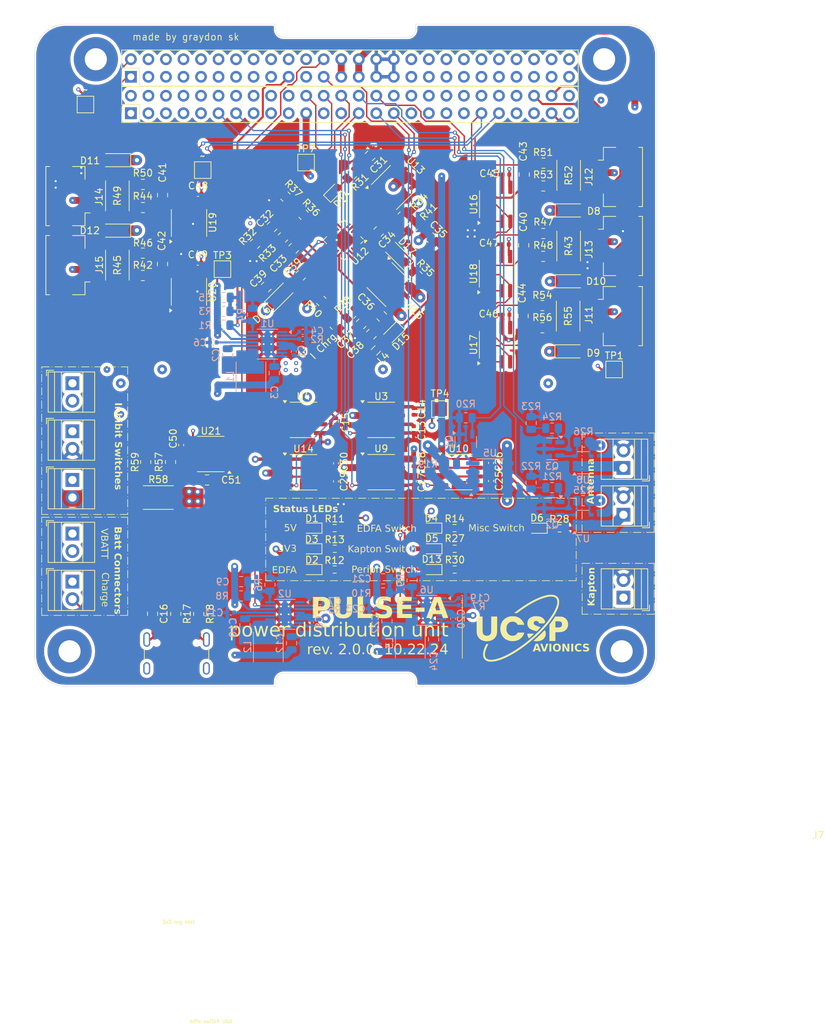
<source format=kicad_pcb>
(kicad_pcb (version 20240108) (generator "pcbnew") (generator_version "8.0")
  (layers (0 "F.Cu" signal) (1 "In1.Cu" signal) (2 "In2.Cu" signal) (31 "B.Cu" signal) (34 "B.Paste" user) (35 "F.Paste" user) (36 "B.SilkS" user "B.Silkscreen") (37 "F.SilkS" user "F.Silkscreen") (38 "B.Mask" user) (39 "F.Mask" user) (44 "Edge.Cuts" user))
  (net 0 "")
  (net 1 "V_BATT")
  (net 2 "GND")
  (net 3 "/SW_1")
  (net 4 "Net-(U1-BST)")
  (net 5 "/EDFA_5V")
  (net 6 "/FB_1")
  (net 7 "Net-(U1-TR{slash}SS)")
  (net 8 "Net-(U1-INTVcc)")
  (net 9 "Net-(U1-RT)")
  (net 11 "/EDFA_5V_STAT")
  (net 12 "Net-(U2-TR{slash}SS)")
  (net 13 "/SW_2")
  (net 14 "Net-(U2-BST)")
  (net 15 "/FB_2")
  (net 16 "/3V3_BUS_STAT")
  (net 18 "Net-(U2-INTVcc)")
  (net 19 "Net-(U2-RT)")
  (net 20 "/3V3_BUS")
  (net 21 "/SW_3")
  (net 23 "Net-(U6-RT)")
  (net 24 "/5V_BUS_STAT")
  (net 25 "Net-(U6-INTVcc)")
  (net 26 "Net-(U6-BST)")
  (net 27 "/5V_BUS")
  (net 28 "Net-(U6-TR{slash}SS)")
  (net 29 "/FB_3")
  (net 30 "Net-(D1-K)")
  (net 31 "Net-(D2-K)")
  (net 32 "Net-(D3-K)")
  (net 33 "Net-(D4-K)")
  (net 35 "Net-(U12-CLN)")
  (net 36 "/PERIPH_PWR")
  (net 47 "Net-(C32-Pad1)")
  (net 49 "Net-(U12-ITH)")
  (net 50 "Net-(U12-PROG)")
  (net 52 "Net-(U12-CLP)")
  (net 53 "/SW")
  (net 61 "Net-(D15-K)")
  (net 67 "Net-(D15-A)")
  (net 70 "Net-(D13-K)")
  (net 76 "Net-(D14-A)")
  (net 89 "/CHRG")
  (net 90 "/ENAB_BURN_1")
  (net 103 "/ENAB_BURN_2")
  (net 105 "/EDFA_5V_SW")
  (net 110 "/PDU_TEMP")
  (net 111 "/BATT_CS")
  (net 114 "Net-(L4-Pad2)")
  (net 115 "/SOLAR_PRE_MPPT")
  (net 116 "GND_REF")
  (net 117 "/V_USB")
  (net 118 "/5V_SW_1")
  (net 119 "Net-(J7-CC2)")
  (net 120 "Net-(J7-CC1)")
  (net 121 "/EDFA_5V_SWITCHED")
  (net 122 "/D-")
  (net 123 "/D+")
  (net 128 "Net-(J8-Pin_1)")
  (net 129 "Net-(J9-Pin_1)")
  (net 130 "Net-(Q1-C)")
  (net 131 "/BURN_FET")
  (net 132 "Net-(Q2-D)")
  (net 133 "Net-(Q2-G)")
  (net 134 "Net-(Q3-D)")
  (net 135 "Net-(Q3-G)")
  (net 136 "Net-(U12-BOOST)")
  (net 137 "Net-(U12-FBDIV)")
  (net 138 "Net-(U5-D1)")
  (net 139 "/EDFA_ENABLE")
  (net 140 "/KAPTON_PWR")
  (net 141 "Net-(D5-K)")
  (net 142 "/KAPTON_ENABLE")
  (net 144 "Net-(D6-K)")
  (net 145 "/SOLAR_IN_2")
  (net 146 "/SOLAR_IN_1")
  (net 147 "/SOLAR_IN_3")
  (net 148 "/SOLAR_IN_4")
  (net 149 "/SOLAR_IN_5")
  (net 150 "/BATT_PRE_INH")
  (net 151 "/VBATT_CHARGE")
  (net 152 "/SOLAR_TMP_1")
  (net 153 "/SOLAR_TMP_2")
  (net 154 "/SOLAR_TMP_3")
  (net 155 "/SOLAR_TMP_4")
  (net 156 "/SOLAR_TMP_5")
  (net 157 "/5V_SW_1_EN")
  (net 159 "Net-(U12-VFB)")
  (net 160 "Net-(U12-CSP)")
  (net 161 "Net-(U12-CSN)")
  (net 162 "/TGATE")
  (net 163 "/BGATE")
  (net 164 "Net-(U12-INFET)")
  (net 165 "/ICL")
  (net 166 "/SHDN")
  (net 167 "/PERIPH_EN")
  (net 169 "/S2")
  (net 170 "/CS_SOL3_VIN+")
  (net 171 "/CS_SOL3_VIN-")
  (net 172 "/CS_SOL4_VIN+")
  (net 173 "/CS_SOL4_VIN-")
  (net 174 "Net-(D8-A)")
  (net 175 "Net-(D9-A)")
  (net 176 "Net-(D10-A)")
  (net 177 "Net-(D11-A)")
  (net 178 "Net-(D12-A)")
  (net 179 "/SCL")
  (net 180 "/SDA")
  (net 181 "/CS_SOL2_VIN+")
  (net 182 "/CS_SOL2_VIN-")
  (net 183 "/CS_SOL1_VIN+")
  (net 184 "/CS_SOL1_VIN-")
  (net 185 "/CS_SOL5_VIN-")
  (net 186 "/CS_SOL5_VIN+")
  (net 187 "Net-(U21-IN+)")
  (net 188 "Net-(U21-IN-)")
  (net 189 "/SOLAR_PRE_INH")
  (net 195 "Net-(R15-Pad1)")
  (footprint "Resistor_SMD:R_0603_1608Metric" (layer "F.Cu") (at 146.091548 123.010846 180)
    (property "Reference" "R28")
    (property "Value" "150")
  )
  (footprint "LED_SMD:LED_0603_1608Metric" (layer "F.Cu") (at 110.178329 122.975289 180)
    (property "Reference" "D1")
    (property "Value" "150060VS75000")
  )
  (footprint "Capacitor_SMD:C_0402_1005Metric" (layer "F.Cu") (at 113.693646 107.536736 90)
    (property "Reference" "C15")
    (property "Value" "0.1uF")
  )
  (footprint "Capacitor_SMD:C_0402_1005Metric" (layer "F.Cu") (at 113.694253 113.585777 -90)
    (property "Reference" "C30")
    (property "Value" "1uF")
  )
  (footprint "MountingHole:MountingHole_3.2mm_M3_Pad" (layer "F.Cu") (at 75.08 140.81)
    (property "Reference" "H3" (hide yes))
    (property "Value" "MountingHole" (hide yes))
  )
  (footprint "Resistor_SMD:R_2512_6332Metric" (layer "F.Cu") (at 147.335905 92.275 90)
    (property "Reference" "R55")
    (property "Value" "2m")
  )
  (footprint "Package_DFN_QFN:QFN-20-1EP_4x4mm_P0.5mm_EP2.5x2.5mm" (layer "F.Cu") (at 114.807896 81.276471 -135)
    (property "Reference" "U12")
    (property "Value" "~")
  )
  (footprint "TerminalBlock:TerminalBlock_Xinya_XY308-2.54-2P_1x02_P2.54mm_Horizontal" (layer "F.Cu") (at 75.5 123.765 -90)
    (property "Reference" "J16" (hide yes))
    (property "Value" "Screw_Terminal_01x02")
  )
  (footprint "Resistor_SMD:R_0805_2012Metric" (layer "F.Cu") (at 106.363049 74.964348 -45)
    (property "Reference" "R37")
    (property "Value" "28.4k")
  )
  (footprint "TerminalBlock:TerminalBlock_Xinya_XY308-2.54-2P_1x02_P2.54mm_Horizontal" (layer "F.Cu") (at 75.5 116 -90)
    (property "Reference" "J4" (hide yes))
    (property "Value" "Screw_Terminal_01x02")
  )
  (footprint "Resistor_SMD:R_2512_6332Metric" (layer "F.Cu") (at 147.40975 82.134193 90)
    (property "Reference" "R43")
    (property "Value" "2m")
  )
  (footprint "TestPoint:TestPoint_Pad_2.0x2.0mm" (layer "F.Cu") (at 97.238962 85.472286)
    (property "Reference" "TP3")
    (property "Value" "~")
  )
  (footprint "Capacitor_SMD:C_0402_1005Metric" (layer "F.Cu") (at 124.9559 113.531387 -90)
    (property "Reference" "C18")
    (property "Value" "1uF")
  )
  (footprint "Capacitor_SMD:C_0805_2012Metric" (layer "F.Cu") (at 103.573058 88.049745 45)
    (property "Reference" "C39")
    (property "Value" "10uF")
  )
  (footprint "TerminalBlock:TerminalBlock_Xinya_XY308-2.54-2P_1x02_P2.54mm_Horizontal" (layer "F.Cu") (at 155.35 114.265 90)
    (property "Reference" "J9" (hide yes))
    (property "Value" "Screw_Terminal_01x02")
  )
  (footprint "Resistor_SMD:R_0805_2012Metric" (layer "F.Cu") (at 125.495813 86.475633 -45)
    (property "Reference" "R35")
    (property "Value" "0")
  )
  (footprint "Capacitor_SMD:C_0805_2012Metric" (layer "F.Cu") (at 118.6244 69.0738 -135)
    (property "Reference" "C31")
    (property "Value" "0.1uF")
  )
  (footprint "Diode_SMD:Nexperia_CFP3_SOD-123W" (layer "F.Cu") (at 147.73975 76.971945)
    (property "Reference" "D8")
    (property "Value" "PMEG10020ELRX")
  )
  (footprint "Resistor_SMD:R_0603_1608Metric" (layer "F.Cu") (at 130.890472 128.97644 180)
    (property "Reference" "R30")
    (property "Value" "150")
  )
  (footprint "Capacitor_SMD:C_0805_2012Metric" (layer "F.Cu") (at 104.43281 79.327358 45)
    (property "Reference" "C32")
    (property "Value" "0.1uF")
  )
  (footprint "Capacitor_SMD:C_0402_1005Metric" (layer "F.Cu") (at 93.702409 74.566808)
    (property "Reference" "C48")
    (property "Value" "0.1UF")
  )
  (footprint "TerminalBlock:TerminalBlock_Xinya_XY308-2.54-2P_1x02_P2.54mm_Horizontal" (layer "F.Cu") (at 75.5 108.957894 -90)
    (property "Reference" "J6" (hide yes))
    (property "Value" "Screw_Terminal_01x02" (hide yes))
  )
  (footprint "Capacitor_SMD:C_0402_1005Metric" (layer "F.Cu") (at 124.9559 106.080053 -90)
    (property "Reference" "C14")
    (property "Value" "1uF")
  )
  (footprint "Resistor_SMD:R_0805_2012Metric" (layer "F.Cu") (at 93.797657 135.39537 -90)
    (property "Reference" "R18")
    (property "Value" "5.1k" (hide yes))
  )
  (footprint "Resistor_SMD:R_0805_2012Metric" (layer "F.Cu") (at 85.698034 83.159474)
    (property "Reference" "R46")
    (property "Value" "10")
  )
  (footprint "TestPoint:TestPoint_Pad_2.0x2.0mm" (layer "F.Cu") (at 128.759351 105.735774)
    (property "Reference" "TP4")
    (property "Value" "~")
  )
  (footprint "Resistor_SMD:R_0805_2012Metric" (layer "F.Cu") (at 143.706792 83.625148 180)
    (property "Reference" "R48")
    (property "Value" "10")
  )
  (footprint "Resistor_SMD:R_0805_2012Metric" (layer "F.Cu") (at 123.34624 77.861699 45)
    (property "Reference" "R34")
    (property "Value" "1")
  )
  (footprint "Resistor_SMD:R_2512_6332Metric" (layer "F.Cu") (at 82.007749 84.896117 -90)
    (property "Reference" "R45")
    (property "Value" "2m")
  )
  (footprint "LED_SMD:LED_0603_1608Metric" (layer "F.Cu") (at 127.566295 125.967702 180)
    (property "Reference" "D5")
    (property "Value" "150060RS75000")
  )
  (footprint "Capacitor_SMD:C_0402_1005Metric" (layer "F.Cu") (at 138.345202 92.078166)
    (property "Reference" "C46")
    (property "Value" "0.1UF")
  )
  (footprint "Resistor_SMD:R_0805_2012Metric" (layer "F.Cu") (at 143.720946 80.314675 180)
    (property "Reference" "R47")
    (property "Value" "10")
  )
  (footprint "TerminalBlock:TerminalBlock_Xinya_XY308-2.54-2P_1x02_P2.54mm_Horizontal" (layer "F.Cu") (at 155.35 133.04 90)
    (property "Reference" "J10" (hide yes))
    (property "Value" "Screw_Terminal_01x02")
  )
  (footprint "Resistor_SMD:R_0805_2012Metric" (layer "F.Cu") (at 108.58382 86.377506 -135)
    (property "Reference" "R39")
    (property "Value" "3.01k")
  )
  (footprint "TestPoint:TestPoint_Pad_2.0x2.0mm" (layer "F.Cu") (at 94.380759 71.133063)
    (property "Reference" "TP5" (hide yes))
    (property "Value" "~")
  )
  (footprint "Capacitor_SMD:C_0805_2012Metric" (layer "F.Cu") (at 117.341318 93.40955 45)
    (property "Reference" "C37")
    (property "Value" "1uF")
  )
  (footprint "Capacitor_SMD:C_0805_2012Metric" (layer "F.Cu") (at 95 116)
    (property "Reference" "C51")
    (property "Value" "1uF")
  )
  (footprint "Resistor_SMD:R_0805_2012Metric" (layer "F.Cu") (at 143.756448 70.125148 180)
    (property "Reference" "R51")
    (property "Value" "10")
  )
  (footprint "Connector_Molex:Molex_CLIK-Mate_502382-0470_1x04-1MP_P1.25mm_Vertical" (layer "F.Cu") (at 75.257749 74.896117 90)
    (property "Reference" "J14")
    (property "Value" "Conn_01x04")
  )
  (footprint "Resistor_SMD:R_0805_2012Metric" (layer "F.Cu") (at 85.707114 73.20519)
    (property "Reference" "R50")
    (property "Value" "10")
  )
  (footprint "Resistor_SMD:R_2512_6332Metric" (layer "F.Cu") (at 147.40975 71.897256 90)
    (property "Reference" "R52")
    (property "Value" "2m")
  )
  (footprint "Capacitor_SMD:C_0402_1005Metric" (layer "F.Cu") (at 91.255798 110.953277 90)
    (property "Reference" "C50")
    (property "Value" "0.1UF")
  )
  (footprint "Diode_SMD:Nexperia_CFP3_SOD-123W" (layer "F.Cu") (at 147.676031 97.377404)
    (property "Reference" "D9")
    (property "Value" "PMEG10020ELRX")
  )
  (footprint "Capacitor_SMD:C_0805_2012Metric" (layer "F.Cu") (at 140.892493 82.013393 90)
    (property "Reference" "C40")
    (property "Value" "1uF")
  )
  (footprint "Diode_SMD:Nexperia_CFP3_SOD-123W" (layer "F.Cu") (at 147.73975 87.226553)
    (property "Reference" "D10")
    (property "Value" "PMEG10020ELRX")
  )
  (footprint "Diode_SMD:Nexperia_CFP3_SOD-123W" (layer "F.Cu") (at 81.677749 69.693358 180)
    (property "Reference" "D11")
    (property "Value" "PMEG10020ELRX")
  )
  (footprint "TestPoint:TestPoint_Pad_2.0x2.0mm" (layer "F.Cu") (at 154 100)
    (property "Reference" "TP1")
    (property "Value" "~")
  )
  (footprint "LOGO" (layer "F.Cu") (at 140.5 137.5)
    (property "Reference" "G***" (hide yes))
    (property "Value" "LOGO" (hide yes))
  )
  (footprint "TerminalBlock:TerminalBlock_Xinya_XY308-2.54-2P_1x02_P2.54mm_Horizontal" (layer "F.Cu") (at 75.5 130.725 -90)
    (property "Reference" "J5" (hide yes))
    (property "Value" "Screw_Terminal_01x02" (hide yes))
  )
  (footprint "Capacitor_SMD:C_0805_2012Metric" (layer "F.Cu") (at 127.373924 80.899267 135)
    (property "Reference" "C35")
    (property "Value" "10uF")
  )
  (footprint "Capacitor_SMD:C_0805_2012Metric" (layer "F.Cu") (at 107.558516 82.453063 45)
    (property "Reference" "C33")
    (property "Value" "4.7uF")
  )
  (footprint "Capacitor_SMD:C_0402_1005Metric" (layer "F.Cu") (at 136.162061 116.149444 -90)
    (property "Reference" "C25")
    (property "Value" "0.1uF")
  )
  (footprint "Package_SO:SOIC-8_3.9x4.9mm_P1.27mm" (layer "F.Cu") (at 137.029358 96.414696 90)
    (property "Reference" "U17")
    (property "Value" "INA219AxD")
  )
  (footprint "Connector_USB:USB_C_Receptacle_GCT_USB4105-xx-A_16P_TopMnt_Horizontal" (layer "F.Cu") (at 90.589079 142.208114)
    (property "Reference" "J7")
    (property "Value" "USB_C_Receptacle_USB2.0_14P" (hide yes))
  )
  (footprint "TestPoint:TestPoint_Pad_2.0x2.0mm" (layer "F.Cu") (at 77.380507 61.635999)
    (property "Reference" "TP2" (hide yes))
    (property "Value" "~")
  )
  (footprint "LED_SMD:LED_0603_1608Metric" (layer "F.Cu") (at 127.552988 122.975289 180)
    (property "Reference" "D4")
    (property "Value" "150060RS75000")
  )
  (footprint "Package_SO:SOIC-8-1EP_3.9x4.9mm_P1.27mm_EP2.41x3.3mm" (layer "F.Cu") (at 108.98195 107.303879)
    (property "Reference" "U4")
    (property "Value" "~")
  )
  (footprint "Package_SO:SOIC-8_3.9x4.9mm_P1.27mm" (layer "F.Cu") (at 137.053163 76.080963 90)
    (property "Reference" "U16")
    (property "Value" "INA219AxD")
  )
  (footprint "MountingHole:MountingHole_3.2mm_M3_Pad" (layer "F.Cu") (at 155.09 140.81)
    (property "Reference" "H4" (hide yes))
    (property "Value" "MountingHole" (hide yes))
  )
  (footprint "Resistor_SMD:R_0805_2012Metric" (layer "F.Cu") (at 89.717817 113.39662 90)
    (property "Reference" "R57")
    (property "Value" "10")
  )
  (footprint "Resistor_SMD:R_0805_2012Metric" (layer "F.Cu") (at 124.811834 79.339504 45)
    (property "Reference" "R41")
    (property "Value" "5.1k")
  )
  (footprint "Diode_SMD:D_SOD-123F" (layer "F.Cu") (at 122.752059 83.449462 135)
    (property "Reference" "D17")
    (property "Value" "MBR230S1F")
  )
  (footprint "LED_SMD:LED_0603_1608Metric" (layer "F.Cu") (at 110.167659 125.967702 180)
    (property "Reference" "D3")
    (property "Value" "150060VS75000")
  )
  (footprint "Package_SO:SOIC-8_3.9x4.9mm_P1.27mm" (layer "F.Cu") (at 131.476905 114.865)
    (property "Reference" "U10")
    (property "Value" "~")
  )
  (footprint "Resistor_SMD:R_2512_6332Metric" (layer "F.Cu") (at 87.942602 118.545473)
    (property "Reference" "R58")
    (property "Value" "2m")
  )
  (footprint "Resistor_SMD:R_0805_2012Metric" (layer "F.Cu") (at 101.957937 81.802231 45)
    (property "Reference" "R32")
    (property "Value" "6.04k")
  )
  (footprint "Package_SO:SOIC-8_3.9x4.9mm_P1.27mm" (layer "F.Cu") (at 137.026299 86.128678 90)
    (property "Reference" "U18")
    (property "Value" "INA219AxD")
  )
  (footprint "Package_SO:SOIC-8_3.9x4.9mm_P1.27mm" (layer "F.Cu") (at 120.243443 114.871967)
    (property "Reference" "U9")
    (property "Value" "~")
  )
  (footprint "TerminalBlock:TerminalBlock_Xinya_XY308-2.54-2P_1x02_P2.54mm_Horizontal" (layer "F.Cu") (at 75.5 102 -90)
    (property "Reference" "J3" (hide yes))
    (property "Value" "Screw_Terminal_01x02" (hide yes))
  )
  (footprint "Capacitor_SMD:C_0402_1005Metric" (layer "F.Cu") (at 138.251832 81.8924)
    (property "Reference" "C47")
    (property "Value" "0.1UF")
  )
  (footprint "Capacitor_SMD:C_0805_2012Metric" (layer "F.Cu") (at 118.818884 94.887118 45)
    (property "Reference" "C38")
    (property "Value" "1uF")
  )
  (footprint "Connector_Molex:Molex_CLIK-Mate_502382-0470_1x04-1MP_P1.25mm_Vertical" (layer "F.Cu") (at 154.5 82.125148 -90)
    (property "Reference" "J13")
    (property "Value" "Conn_01x04")
  )
  (footprint "Diode_SMD:Nexperia_CFP3_SOD-123W" (layer "F.Cu") (at 81.677749 79.896117 180)
    (property "Reference" "D12")
    (property "Value" "PMEG10020ELRX")
  )
  (footprint "Connector_Molex:Molex_CLIK-Mate_502382-0470_1x04-1MP_P1.25mm_Vertical" (layer "F.Cu") (at 154.5 72.125148 -90)
    (property "Reference" "J12")
    (property "Value" "Conn_01x04")
  )
  (footprint "Connector_Molex:Molex_CLIK-Mate_502382-0470_1x04-1MP_P1.25mm_Vertical" (layer "F.Cu") (at 75.257749 84.896117 90)
    (property "Reference" "J15")
    (property "Value" "Conn_01x04")
  )
  (footprint "MountingHole:MountingHole_3.2mm_M3_Pad" (layer "F.Cu") (at 78.89 55.08)
    (property "Reference" "H1" (hide yes))
    (property "Value" "MountingHole" (hide yes))
  )
  (footprint "MountingHole:MountingHole_3.2mm_M3_Pad" (layer "F.Cu") (at 152.55 55.08)
    (property "Reference" "H2" (hide yes))
    (property "Value" "MountingHole")
  )
  (footprint "Resistor_SMD:R_2512_6332Metric" (layer "F.Cu") (at 82.007749 74.858617 -90)
    (property "Reference" "R49")
    (property "Value" "2m")
  )
  (footprint "Resistor_SMD:R_0805_2012Metric" (layer "F.Cu") (at 90.471284 135.39537 -90)
    (property "Reference" "R17")
    (property "Value" "5.1k" (hide yes))
  )
  (footprint "Capacitor_SMD:C_0402_1005Metric" (layer "F.Cu") (at 124.9559 108.70097 -90)
    (property "Reference" "C13")
    (property "Value" "0.1uF")
  )
  (footprint "Resistor_SMD:R_0805_2012Metric" (layer "F.Cu") (at 113.5 93.5 -45)
    (property "Reference" "R15" (hide yes))
    (property "Value" "0")
  )
  (footprint "Resistor_SMD:R_0805_2012Metric" (layer "F.Cu") (at 143.595062 90.745507 180)
    (property "Reference" "R54")
    (property "Value" "10")
  )
  (footprint "Capacitor_SMD:C_0805_2012Metric" (layer "F.Cu") (at 120.319498 92.319498 -45)
    (property "Reference" "C36")
    (property "Value" "0.1uF")
  )
  (footprint "LED_SMD:LED_0603_1608Metric" (layer "F.Cu") (at 110.178329 128.97644 180)
    (property "Reference" "D2")
    (property "Value" "150060VS75000")
  )
  (footprint "Package_SO:SOIC-8_3.9x4.9mm_P1.27mm" (layer "F.Cu") (at 122.018849 73.649584 45)
    (property "Reference" "U13")
    (property "Value" "~")
  )
  (footprint "Capacitor_SMD:C_0402_1005Metric" (layer "F.Cu") (at 113.69139 116.203967 -90)
    (property "Reference" "C29")
    (property "Value" "0.1uF")
  )
  (footprint "Resistor_SMD:R_0603_1608Metric" (layer "F.Cu") (at 113.517408 125.967702 180)
    (property "Reference" "R13")
    (property "Value" "65")
  )
  (footprint "Capacitor_SMD:C_0805_2012Metric" (layer "F.Cu") (at 88.550578 84.732841 -90)
    (property "Reference" "C42")
    (property "Value" "1uF")
  )
  (footprint "Package_SO:SOIC-8_3.9x4.9mm_P1.27mm" (layer "F.Cu") (at 120.243443 107.303879)
    (property "Reference" "U3")
    (property "Value" "~")
  )
  (footprint "Package_SO:SOIC-8_3.9x4.9mm_P1.27mm" (layer "F.Cu") (at 92.379057 88.763177 90)
    (property "Reference" "U20")
    (property "Value" "INA219AxD")
  )
  (footprint "Package_SO:SOIC-8_3.9x4.9mm_P1.27mm" (layer "F.Cu") (at 95.539618 112.24662 180)
    (property "Reference" "U21")
    (property "Value" "INA219AxD")
  )
  (footprint "Resistor_SMD:R_0805_2012Metric" (layer "F.Cu") (at 143.733987 73.429582 180)
    (property "Reference" "R53")
    (property "Value" "10")
  )
  (footprint "Resistor_SMD:R_0805_2012Metric" (layer "F.Cu") (at 108.999245 77.600545 135)
    (property "Reference" "R36")
    (property "Value" "169k")
  )
  (footprint "Capacitor_SMD:C_0805_2012Metric" (layer "F.Cu") (at 140.969705 71.770355 90)
    (property "Reference" "C43")
    (property "Value" "1uF")
  )
  (footprint "Capacitor_SMD:C_0805_2012Metric" (layer "F.Cu") (at 87.109614 135.378872 90)
    (property "Reference" "C16")
    (property "Value" "4.7uF" (hide yes))
  )
  (footprint "Package_SO:SOIC-8_3.9x4.9mm_P1.27mm" (layer "F.Cu") (at 108.98195 114.889642)
    (property "Reference" "U14")
    (property "Value" "~")
  )
  (footprint "Connector_PinHeader_2.54mm:PinHeader_2x26_P2.54mm_Vertical" (layer "F.Cu") (at 83.97 57.62 90)
    (property "Reference" "J2" (hide yes))
    (property "Value" "Conn_02x26_Odd_Even")
  )
  (footprint "Resistor_SMD:R_0805_2012Metric" (layer "F.Cu") (at 115.980607 71.714816 -135)
    (property "Reference" "R31")
    (property "Value" "3k")
  )
  (footprint "Connector_PinHeader_2.54mm:PinHeader_2x26_P2.54mm_Vertical" (layer "F.Cu") (at 83.97 62.9 90)
    (property "Reference" "J1" (hide yes))
    (property "Value" "Conn_02x26_Odd_Even")
  )
  (footprint "Capacitor_SMD:C_0805_2012Metric" (layer "F.Cu") (at 88.558125 74.747738 -90)
    (property "Reference" "C41")
    (property "Value" "1uF")
  )
  (footprint "Resistor_SMD:R_0603_1608Metric" (layer "F.Cu") (at 113.503329 122.975289 180)
    (property "Reference" "R11")
    (property "Value" "150")
  )
  (footprint "Package_SO:SOIC-8_3.9x4.9mm_P1.27mm" (layer "F.Cu") (at 121.36124 87.706868 -45)
    (property "Reference" "U15")
    (property "Value" "~")
  )
  (footprint "Resistor_SMD:R_0805_2012Metric" (layer "F.Cu") (at 86.113227 113.39662 90)
    (property "Reference" "R59")
    (property "Value" "10")
  )
  (footprint "Resistor_SMD:R_0603_1608Metric" (layer "F.Cu") (at 130.891295 125.967702 180)
    (property "Reference" "R27")
    (property "Value" "150")
  )
  (footprint "Connector_Molex:Molex_CLIK-Mate_502382-0470_1x04-1MP_P1.25mm_Vertical" (layer "F.Cu") (at 154.480598 92.275 -90)
    (property "Reference" "J11")
    (property "Value" "Conn_01x04")
  )
  (footprint "Resistor_SMD:R_0805_2012Metric" (layer "F.Cu") (at 85.698034 86.397677)
    (property "Reference" "R42")
    (property "Value" "10")
  )
  (footprint "Diode_SMD:D_SOD-123F" (layer "F.Cu") (at 105.603553 89.341705 45)
    (property "Reference" "D16")
    (property "Value" "MBR230S1F")
  )
  (footprint "TestPoint:TestPoint_Pad_2.0x2.0mm" (layer "F.Cu") (at 109.357975 70.03726)
    (property "Reference" "TP7")
    (property "Value" "~")
  )
  (footprint "Package_SO:SOIC-8_3.9x4.9mm_P1.27mm" (layer "F.Cu") (at 92.392762 78.780139 90)
    (property "Reference" "U19")
    (property "Value" "INA219AxD")
  )
  (footprint "LED_SMD:LED_0603_1608Metric" (layer "F.Cu") (at 142.816889 122.98706 180)
    (property "Reference" "D6")
    (property "Value" "150060RS75000")
  )
  (footprint "Resistor_SMD:R_0805_2012Metric" (layer "F.Cu") (at 106.009806 80.876069 45)
    (property "Reference" "R33")
    (property "Value" "26.7k")
  )
  (footprint "Diode_SMD:D_SOD-323F" (layer "F.Cu") (at 121.942631 94.786569 -135)
    (property "Reference" "D15")
    (property "Value" "CMDSH-3TR")
  )
  (footprint "Resistor_SMD:R_0805_2012Metric" (layer "F.Cu") (at 115.902879 91.926568 -135)
    (property "Reference" "R38")
    (property "Value" "3.01k")
  )
  (footprint "Resistor_SMD:R_0805_2012Metric" (layer "F.Cu") (at 111.574072 90.074865 135)
    (property "Reference" "R40")
    (property "Value" "1")
  )
  (footprint "Capacitor_SMD:C_0402_1005Metric" (layer "F.Cu") (at 93.666714 84.5439)
    (property "Reference" "C49")
    (property "Value" "0.1UF")
  )
  (footprint "TerminalBlock:TerminalBlock_Xinya_XY308-2.54-2P_1x02_P2.54mm_Horizontal" (layer "F.Cu") (at 155.35 121.04 90)
    (property "Reference" "J8" (hide yes))
    (property "Value" "Screw_Terminal_01x02")
  )
  (footprint "Inductor_SMD:L_0805_2012Metric" (layer "F.Cu") (at 119.466351 97.245075 -135)
    (property "Reference" "L4")
    (property "Value" "AIML-0805-150K-T")
  )
  (footprint "Resistor_SMD:R_0805_2012Metric" (layer "F.Cu") (at 143.595062 93.964866 180)
    (property "Reference" "R56")
    (property "Value" "10")
  )
  (footprint "Resistor_SMD:R_0603_1608Metric" (layer "F.Cu") (at 113.503329 128.97644 180)
    (property "Reference" "R12")
    (property "Value" "150")
  )
  (footprint "Capacitor_SMD:C_0402_1005Metric" (layer "F.Cu") (at 136.162061 113.540619 -90)
    (property "Reference" "C26")
    (property "Value" "1uF")
  )
  (footprint "Capacitor_SMD:C_0805_2012Metric" (layer "F.Cu") (at 119.883869 80.027206 -135)
    (property "Reference" "C34")
    (property "Value" "0.1uF")
  )
  (footprint "Capacitor_SMD:C_0805_2012Metric" (layer "F.Cu") (at 140.806648 92.25328 90)
    (property "Reference" "C44")
    (property "Value" "1uF")
  )
  (footprint "LED_SMD:LED_0603_1608Metric" (layer "F.Cu") (at 113.454474 74.238052 45)
    (property "Reference" "D14")
    (property "Value" "150060VS75000")
  )
  (footprint "Resistor_SMD:R_0805_2012Metric" (layer "F.Cu") (at 85.707114 76.553031)
    (property "Reference" "R44")
    (property "Value" "10")
  )
  (footprint "Capacitor_SMD:C_0402_1005Metric" (layer "F.Cu") (at 124.9559 116.176868 -90)
    (property "Reference" "C17")
    (property "Value" "0.1uF")
  )
  (footprint "Capacitor_SMD:C_0402_1005Metric" (layer "F.Cu") (at 138.32717 71.775843)
    (property "Reference" "C45")
    (property "Value" "0.1UF")
  )
  (footprint "LED_SMD:LED_0603_1608Metric" (layer "F.Cu") (at 127.565472 128.97644 180)
    (property "Reference" "D13")
    (property "Value" "150060RS75000")
  )
  (footprint "Resistor_SMD:R_0603_1608Metric" (layer "F.Cu") (at 130.877988 122.975289 180)
    (property "Reference" "R14")
    (property "Value" "150")
  )
  (footprint "Capacitor_SMD:C_0805_2012Metric" (layer "B.Cu") (at 120.521953 130.319486 180)
    (property "Reference" "C21")
    (property "Value" "4.7pF")
  )
  (footprint "Capacitor_SMD:C_0805_2012Metric" (layer "B.Cu") (at 99.955823 130.715991 180)
    (property "Reference" "C9")
    (property "Value" "4.7pF")
  )
  (footprint "Package_SO:MSOP-16-1EP_3x4.039mm_P0.5mm_EP1.651x2.845mm_ThermalVias" (layer "B.Cu") (at 126.85 134.88 180)
    (property "Reference" "U6")
    (property "Value" "LT8610")
  )
  (footprint "Capacitor_SMD:C_0402_1005Metric" (layer "B.Cu") (at 111.392538 134.661594)
    (property "Reference" "R5")
    (property "Value" "110k")
  )
  (footprint "Capacitor_SMD:C_0402_1005Metric" (layer "B.Cu") (at 131.974808 134.129821)
    (property "Reference" "R7")
    (property "Value" "52.3k")
  )
  (footprint "Capacitor_SMD:C_0402_1005Metric" (layer "B.Cu") (at 131.974808 133.129821 180)
    (property "Reference" "C19")
    (property "Value" "10nF")
  )
  (footprint "Package_TO_SOT_SMD:SOT-23-3" (layer "B.Cu") (at 132.5 110.5 -90)
    (property "Reference" "Q1")
    (property "Value" "BC848ALT1G")
  )
  (footprint "Capacitor_SMD:C_0402_1005Metric" (layer "B.Cu") (at 130.657642 136.114983 90)
    (property "Reference" "C20")
    (property "Value" "4.7uF")
  )
  (footprint "Package_SO:TSOP-6_1.65x3.05mm_P0.95mm" (layer "B.Cu") (at 149.5 122)
    (property "Reference" "U7")
    (property "Value" "~")
  )
  (footprint "Resistor_SMD:R_0805_2012Metric" (layer "B.Cu") (at 141.980418 107.75598 90)
    (property "Reference" "R23")
    (property "Value" "10k")
  )
  (footprint "Capacitor_SMD:C_0402_1005Metric" (layer "B.Cu") (at 108.874367 94.54272 180)
    (property "Reference" "C4")
    (property "Value" "10nF")
  )
  (footprint "Capacitor_SMD:C_0402_1005Metric" (layer "B.Cu") (at 119 134.63 180)
    (property "Reference" "C23")
    (property "Value" "1uF")
  )
  (footprint "Capacitor_SMD:C_0402_1005Metric" (layer "B.Cu") (at 98.433334 135.19481 180)
    (property "Reference" "C11")
    (property "Value" "1uF")
  )
  (footprint "Capacitor_SMD:C_0805_2012Metric" (layer "B.Cu") (at 127.835662 139.079255 -90)
    (property "Reference" "C24")
    (property "Value" "47uF")
  )
  (footprint "Capacitor_SMD:C_0805_2012Metric" (layer "B.Cu") (at 97.410921 89.582872 180)
    (property "Reference" "C5")
    (property "Value" "10pF")
  )
  (footprint "Resistor_SMD:R_0805_2012Metric" (layer "B.Cu") (at 97.410921 93.582872)
    (property "Reference" "R1")
    (property "Value" "100k")
  )
  (footprint "Capacitor_SMD:C_0402_1005Metric" (layer "B.Cu") (at 108.874367 95.57979)
    (property "Reference" "R2")
    (property "Value" "110k")
  )
  (footprint "Resistor_SMD:R_0805_2012Metric" (layer "B.Cu") (at 145 108.5 180)
    (property "Reference" "R24")
    (property "Value" "4.7k")
  )
  (footprint "Package_SO:MSOP-16-1EP_3x4.039mm_P0.5mm_EP1.651x2.845mm_ThermalVias" (layer "B.Cu") (at 106.272665 135.456261 180)
    (property "Reference" "U2")
    (property "Value" "LT8610")
  )
  (footprint "Resistor_SMD:R_0805_2012Metric" (layer "B.Cu") (at 124.717372 130.540349 -90)
    (property "Reference" "R9")
    (property "Value" "243k")
  )
  (footprint "Package_TO_SOT_SMD:SOT-23-3" (layer "B.Cu") (at 145 120.120505 180)
    (property "Reference" "Q2")
    (property "Value" "IRLML2803PBFCT")
  )
  (footprint "Resistor_SMD:R_0805_2012Metric" (layer "B.Cu") (at 104.12618 131.17238 -90)
    (property "Reference" "R6")
    (property "Value" "412k")
  )
  (footprint "Capacitor_SMD:C_0805_2012Metric" (layer "B.Cu") (at 107.256531 139.629768 -90)
    (property "Reference" "C12")
    (property "Value" "68uF")
  )
  (footprint "Resistor_SMD:R_0805_2012Metric" (layer "B.Cu") (at 120.521952 132.368075 180)
    (property "Reference" "R10")
    (property "Value" "1M")
  )
  (footprint "Resistor_SMD:R_0805_2012Metric" (layer "B.Cu") (at 141.966024 116.38064 90)
    (property "Reference" "R22")
    (property "Value" "10k")
  )
  (footprint "Capacitor_SMD:C_0805_2012Metric" (layer "B.Cu") (at 121.080997 136.462443 -90)
    (property "Reference" "C22")
    (property "Value" "0.1uF")
  )
  (footprint "Inductor_SMD:L_Coilcraft_XxL4040" (layer "B.Cu") (at 124.458819 139.635198 -90)
    (property "Reference" "L3")
    (property "Value" "4.7uH")
  )
  (footprint "Capacitor_SMD:C_0402_1005Metric" (layer "B.Cu") (at 111.392538 133.661594 180)
    (property "Reference" "C7")
    (property "Value" "10nF")
  )
  (footprint "Inductor_SMD:L_Coilcraft_XxL4040" (layer "B.Cu") (at 103.879648 140.188997 -90)
    (property "Reference" "L2")
    (property "Value" "8.2uH")
  )
  (footprint "Capacitor_SMD:C_0805_2012Metric" (layer "B.Cu") (at 98 97.95 -90)
    (property "Reference" "C2")
    (property "Value" "0.1uF")
  )
  (footprint "Package_TO_SOT_SMD:SOT-23-3" (layer "B.Cu") (at 145 111.5 180)
    (property "Reference" "Q3")
    (property "Value" "IRLML2803PBFCT")
  )
  (footprint "Resistor_SMD:R_0805_2012Metric" (layer "B.Cu") (at 99.942047 132.791815 180)
    (property "Reference" "R8")
    (property "Value" "1M")
  )
  (footprint "Capacitor_SMD:C_0402_1005Metric" (layer "B.Cu") (at 95.910921 96.082872 180)
    (property "Reference" "C6")
    (property "Value" "1uF")
  )
  (footprint "Capacitor_SMD:C_0402_1005Metric" (layer "B.Cu") (at 110.086659 136.605723 90)
    (property "Reference" "C8")
    (property "Value" "4.7uF")
  )
  (footprint "Resistor_SMD:R_0805_2012Metric" (layer "B.Cu") (at 97.410921 91.582872 180)
    (property "Reference" "R3")
    (property "Value" "1M")
  )
  (footprint "Package_SO:MSOP-16-1EP_3x4.039mm_P0.5mm_EP1.651x2.845mm_ThermalVias" (layer "B.Cu") (at 103.760921 96.332872 180)
    (property "Reference" "U1")
    (property "Value" "LT8610")
  )
  (footprint "Resistor_SMD:R_0805_2012Metric" (layer "B.Cu") (at 130.245628 113.741889)
    (property "Reference" "R19")
    (property "Value" "10k")
  )
  (footprint "Capacitor_SMD:C_0805_2012Metric" (layer "B.Cu") (at 104.740748 100.52418 -90)
    (property "Reference" "C3")
    (property "Value" "68uF")
  )
  (footprint "Package_SO:TSOP-6_1.65x3.05mm_P0.95mm" (layer "B.Cu") (at 149.5 113.5)
    (property "Reference" "U8")
    (property "Value" "~")
  )
  (footprint "Package_SO:SOIC-8_3.9x4.9mm_P1.27mm" (layer "B.Cu") (at 136 115.5)
    (property "Reference" "U5")
    (property "Value" "~")
  )
  (footprint "Capacitor_SMD:C_0402_1005Metric" (layer "B.Cu") (at 107.566601 97.426856 90)
    (property "Reference" "C1")
    (property "Value" "4.7uF")
  )
  (footprint "Resistor_SMD:R_0805_2012Metric" (layer "B.Cu") (at 132.5 107 180)
    (property "Reference" "R20")
    (property "Value" "10k")
  )
  (footprint "Inductor_SMD:L_Coilcraft_XxL4040" (layer "B.Cu") (at 101.367259 101.071577 -90)
    (property "Reference" "L1")
    (property "Value" "10uH")
  )
  (footprint "Resistor_SMD:R_0805_2012Metric" (layer "B.Cu") (at 101.612657 92.062295 -90)
    (property "Reference" "R4")
    (property "Value" "243k")
  )
  (footprint "Capacitor_SMD:C_0805_2012Metric" (layer "B.Cu") (at 100.5 137.05 -90)
    (property "Reference" "C10")
    (property "Value" "0.1uF")
  )
  (footprint "Resistor_SMD:R_0805_2012Metric" (layer "B.Cu") (at 149.5 119)
    (property "Reference" "R25")
    (property "Value" "100k")
  )
  (footprint "Resistor_SMD:R_0805_2012Metric" (layer "B.Cu") (at 145 117.120505 180)
    (property "Reference" "R21")
    (property "Value" "4.7k")
  )
  (footprint "Resistor_SMD:R_0805_2012Metric" (layer "B.Cu") (at 149.542516 110.5)
    (property "Reference" "R26")
    (property "Value" "100k")
  )
  (gr_rect (start 71.03943 99.62) (end 83.5 121) (stroke (width 0.1) (type dash_dot)) (fill none) (layer "F.SilkS"))
  (gr_line (start 131.996219 133.003781) (end 131.996219 141.814091) (stroke (width 0.1)) (layer "F.SilkS"))
  (gr_rect (start 149.362272 128.077396) (end 159.822842 135.439637) (stroke (width 0.1) (type dash_dot)) (fill none) (layer "F.SilkS"))
  (gr_rect (start 149.347592 109.209812) (end 159.808162 123.589812) (stroke (width 0.1) (type dash_dot)) (fill none) (layer "F.SilkS"))
  (gr_rect (start 71.03943 121.397581) (end 83.5 135.609483) (stroke (width 0.1) (type dash_dot)) (fill none) (layer "F.SilkS"))
  (gr_rect (start 103.503329 118.643764) (end 148.503329 130.5873) (stroke (width 0.1) (type dash_dot)) (fill none) (layer "F.SilkS"))
  (gr_line (start 104.925 145.89) (end 74.5 145.89) (stroke (width 0.05)) (layer "Edge.Cuts"))
  (gr_line (start 106.125 143.97) (end 124.045 143.97) (stroke (width 0.05)) (layer "Edge.Cuts"))
  (gr_arc (start 70 54.5) (mid 71.318019 51.318019) (end 74.5 50) (stroke (width 0.05)) (layer "Edge.Cuts"))
  (gr_line (start 160.17 54.5) (end 160.17 141.39) (stroke (width 0.05)) (layer "Edge.Cuts"))
  (gr_arc (start 160.17 141.39) (mid 158.851981 144.571981) (end 155.67 145.89) (stroke (width 0.05)) (layer "Edge.Cuts"))
  (gr_line (start 70 141.39) (end 70 54.5) (stroke (width 0.05)) (layer "Edge.Cuts"))
  (gr_line (start 125.245 145.17) (end 125.245 145.89) (stroke (width 0.05)) (layer "Edge.Cuts"))
  (gr_line (start 155.67 145.89) (end 125.245 145.89) (stroke (width 0.05)) (layer "Edge.Cuts"))
  (gr_line (start 104.925 50) (end 74.5 50) (stroke (width 0.05)) (layer "Edge.Cuts"))
  (gr_arc (start 124.045 143.97) (mid 124.893528 144.321472) (end 125.245 145.17) (stroke (width 0.05)) (layer "Edge.Cuts"))
  (gr_arc (start 155.67 50) (mid 158.851981 51.318019) (end 160.17 54.5) (stroke (width 0.05)) (layer "Edge.Cuts"))
  (gr_line (start 104.925 50.72) (end 104.925 50) (stroke (width 0.05)) (layer "Edge.Cuts"))
  (gr_line (start 124.045 51.92) (end 106.125 51.92) (stroke (width 0.05)) (layer "Edge.Cuts"))
  (gr_line (start 155.67 50) (end 125.245 50) (stroke (width 0.05)) (layer "Edge.Cuts"))
  (gr_arc (start 106.125 51.92) (mid 105.276472 51.568528) (end 104.925 50.72) (stroke (width 0.05)) (layer "Edge.Cuts"))
  (gr_line (start 125.245 50) (end 125.245 50.72) (stroke (width 0.05)) (layer "Edge.Cuts"))
  (gr_arc (start 125.245 50.72) (mid 124.893528 51.568528) (end 124.045 51.92) (stroke (width 0.05)) (layer "Edge.Cuts"))
  (gr_arc (start 74.5 145.89) (mid 71.318019 144.571981) (end 70 141.39) (stroke (width 0.05)) (layer "Edge.Cuts"))
  (gr_line (start 104.925 145.89) (end 104.925 145.17) (stroke (width 0.05)) (layer "Edge.Cuts"))
  (gr_arc (start 104.925 145.17) (mid 105.276472 144.321472) (end 106.125 143.97) (stroke (width 0.05)) (layer "Edge.Cuts"))
  (gr_text "Batt Connectors" (at 81.434778 122.72762 270) (layer "F.SilkS") (effects (font (size 1 1) (thickness 0.1)) (justify left bottom)))
  (gr_text "I Chrg" (at 110.542363 98.7482 45) (layer "F.SilkS") (effects (font (size 1 1)) (justify left bottom)))
  (gr_text "Kapton" (at 151.323007 134.285995 90) (layer "F.SilkS") (effects (font (size 1 1) (thickness 0.1)) (justify left bottom)))
  (gr_text "rev. 2.0.0, 10.22.24" (at 130 141.5 0) (layer "F.SilkS") (effects (font (size 1.5 1.5) (thickness 0.1)) (justify right bottom)))
  (gr_text "Status LEDs" (at 104.552662 120.827399 0) (layer "F.SilkS") (effects (font (size 1 1) (thickness 0.1)) (justify left bottom)))
  (gr_text "Antenna" (at 151.21936 119.5 90) (layer "F.SilkS") (effects (font (size 1 1) (thickness 0.1)) (justify left bottom)))
  (gr_text "edfa switch stat" (at 92.433347 194.66523 0) (layer "F.SilkS") (effects (font (size 0.5 0.5) (thickness 0.1)) (justify left bottom)))
  (gr_text "made by graydon sk" (at 84.101597 52.425434 0) (layer "F.SilkS") (effects (font (size 1 1) (thickness 0.125)) (justify left bottom)))
  (gr_text "3V3" (at 108 126.566848 0) (layer "F.SilkS") (effects (font (size 1 1) (thickness 0.1)) (justify right bottom)))
  (gr_text "3v3 reg stat" (at 88.429724 180.298886 0) (layer "F.SilkS") (effects (font (size 0.5 0.5) (thickness 0.1)) (justify left bottom)))
  (gr_text "PULSE-A" (at 130 136.5 0) (layer "F.SilkS") (effects (font (size 3 3) (thickness 0.1)) (justify right bottom)))
  (gr_text "power distribution unit" (at 130 139 0) (layer "F.SilkS") (effects (font (size 2 2) (thickness 0.1)) (justify right bottom)))
  (gr_text "EDFA" (at 108 129.680283 0) (layer "F.SilkS") (effects (font (size 1 1) (thickness 0.1)) (justify right bottom)))
  (gr_text "5V" (at 108 123.575816 0) (layer "F.SilkS") (effects (font (size 1 1) (thickness 0.1)) (justify right bottom)))
  (gr_text "Misc Switch" (at 132.861549 123.597533 0) (layer "F.SilkS") (effects (font (size 1 1) (thickness 0.1)) (justify left bottom)))
  (gr_text "EDFA Switch" (at 125.381845 123.673329 0) (layer "F.SilkS") (effects (font (size 1 1) (thickness 0.1)) (justify right bottom)))
  (gr_text "Inhibit Switches" (at 81.499999 104.772241 270) (layer "F.SilkS") (effects (font (size 1 1) (thickness 0.1)) (justify left bottom)))
  (gr_text "Kapton Switch" (at 125.386924 126.635482 0) (layer "F.SilkS") (effects (font (size 1 1) (thickness 0.1)) (justify right bottom)))
  (gr_text "Periph Switch" (at 125.386924 129.597325 0) (layer "F.SilkS") (effects (font (size 1 1) (thickness 0.1)) (justify right bottom)))
  (gr_text "Charge" (at 79.61381 129.385534 270) (layer "F.SilkS") (effects (font (size 1 1) (thickness 0.1)) (justify left bottom)))
  (gr_text "AVIONICS" (at 142.194729 141.021378 0) (layer "F.SilkS") (effects (font (size 1.1 1.1) (thickness 0.25) (bold yes) (italic yes)) (justify left bottom)))
  (gr_text "VBATT" (at 79.5 123 270) (layer "F.SilkS") (effects (font (size 1 1) (thickness 0.1)) (justify left bottom)))
  (segment (start 123.991475 77.216464) (end 124.388905 77.216464) (width 1) (layer "F.Cu") (net 1))
  (segment (start 89.717817 114.30912) (end 89.717817 117.358188) (width 0.3) (layer "F.Cu") (net 1))
  (segment (start 123.194282 92.233987) (end 123.195864 92.233986) (width 1.5) (layer "F.Cu") (net 1))
  (segment (start 126.702173 80.227516) (end 126.702173 80.255118) (width 1) (layer "F.Cu") (net 1))
  (segment (start 126.702173 80.255118) (end 125.63895 81.318341) (width 1) (layer "F.Cu") (net 1))
  (segment (start 124.388905 77.216464) (end 125.63895 75.966419) (width 1) (layer "F.Cu") (net 1))
  (segment (start 123.991475 77.516818) (end 126.702173 80.227516) (width 1) (layer "F.Cu") (net 1))
  (segment (start 124.458367 88.109919) (end 125.907935 89.559488) (width 1.5) (layer "F.Cu") (net 1))
  (segment (start 89.717817 117.358188) (end 90.905102 118.545473) (width 0.3) (layer "F.Cu") (net 1))
  (segment (start 104.613604 90.331654) (end 104.613604 90.386396) (width 1) (layer "F.Cu") (net 1))
  (segment (start 104.613604 90.386396) (end 103.5 91.5) (width 1) (layer "F.Cu") (net 1))
  (segment (start 123.991475 77.216464) (end 123.991475 77.516818) (width 1) (layer "F.Cu") (net 1))
  (segment (start 121.76429 90.803996) (end 123.194282 92.233987) (width 1.5) (layer "F.Cu") (net 1))
  (via (at 93.646057 117.71143) (size 1) (drill 0.5) (layers "F.Cu" "B.Cu") (net 1))
  (via (at 127 111) (size 1.3) (drill 0.6) (layers "F.Cu" "B.Cu") (net 1))
  (via (at 101.272945 78.82958) (size 0.6) (drill 0.3) (layers "F.Cu" "B.Cu") (net 1))
  (via (at 133.535764 135.617411) (size 1) (drill 0.5) (layers "F.Cu" "B.Cu") (net 1))
  (via (at 125.63895 75.966419) (size 1.4) (drill 0.6) (layers "F.Cu" "B.Cu") (net 1))
  (via (at 103.5 91.5) (size 1.4) (drill 0.6) (layers "F.Cu" "B.Cu") (net 1))
  (via (at 123.195864 92.233986) (size 1.4) (drill 0.6) (layers "F.Cu" "B.Cu") (net 1))
  (via (at 109 97.5) (size 0.6) (drill 0.3) (layers "F.Cu" "B.Cu") (net 1))
  (via (at 92.410947 117.682927) (size 1) (drill 0.5) (layers "F.Cu" "B.Cu") (net 1))
  (via (at 125.63895 81.318341) (size 1.4) (drill 0.6) (layers "F.Cu" "B.Cu") (net 1))
  (via (at 92.420448 119.089052) (size 1) (drill 0.5) (layers "F.Cu" "B.Cu") (net 1))
  (via (at 112.190626 136.051231) (size 1.4) (drill 0.6) (layers "F.Cu" "B.Cu") (net 1))
  (via (at 125.907935 89.559488) (size 1.4) (drill 0.6) (layers "F.Cu" "B.Cu") (net 1))
  (via (at 93.674559 119.089052) (size 1) (drill 0.5) (layers "F.Cu" "B.Cu") (net 1))
  (segment (start 105.910921 96.582872) (end 105.910921 96.732872) (width 1) (layer "B.Cu") (net 1))
  (segment (start 105.910921 96.582872) (end 107.222617 96.582872) (width 1) (layer "B.Cu") (net 1))
  (segment (start 108.446856 96.946856) (end 109 97.5) (width 0.7) (layer "B.Cu") (net 1))
  (segment (start 130.657642 135.634983) (end 133.518192 135.634983) (width 0.7) (layer "B.Cu") (net 1))
  (segment (start 130.322659 135.28) (end 130.657642 135.614983) (width 1) (layer "B.Cu") (net 1))
  (segment (start 112.116134 136.125723) (end 112.190626 136.051231) (width 0.7) (layer "B.Cu") (net 1))
  (segment (start 107.566601 96.946856) (end 108.446856 96.946856) (width 0.7) (layer "B.Cu") (net 1))
  (segment (start 107.222617 96.582872) (end 107.566601 96.926856) (width 1) (layer "B.Cu") (net 1))
  (segment (start 133.525 114.865) (end 133.525 117.405) (width 1.5) (layer "B.Cu") (net 1))
  (segment (start 129 135.13) (end 129 135.28) (width 1) (layer "B.Cu") (net 1))
  (segment (start 108.422665 135.856261) (end 109.837197 135.856261) (width 1) (layer "B.Cu") (net 1))
  (segment (start 127 111) (end 129.333128 113.333128) (width 1.5) (layer "B.Cu") (net 1))
  (segment (start 129.333128 114.441889) (end 129.333128 113.741889) (width 1.5) (layer "B.Cu") (net 1))
  (segment (start 107.495586 96.946856) (end 107.431602 96.882872) (width 0.7) (layer "B.Cu") (net 1))
  (segment (start 129 135.28) (end 130.322659 135.28) (width 1) (layer "B.Cu") (net 1))
  (segment (start 129.333128 113.333128) (end 129.333128 113.741889) (width 1.5) (layer "B.Cu") (net 1))
  (segment (start 105.910921 96.582872) (end 105.910921 96.432872) (width 1) (layer "B.Cu") (net 1))
  (segment (start 133.525 117.405) (end 132.296239 117.405) (width 1.5) (layer "B.Cu") (net 1))
  (segment (start 133.518192 135.634983) (end 133.535764 135.617411) (width 0.7) (layer "B.Cu") (net 1))
  (segment (start 108.422665 135.706261) (end 108.422665 135.856261) (width 1) (layer "B.Cu") (net 1))
  (segment (start 110.086659 136.125723) (end 112.116134 136.125723) (width 0.7) (layer "B.Cu") (net 1))
  (segment (start 109.837197 135.856261) (end 110.086659 136.105723) (width 1) (layer "B.Cu") (net 1))
  (segment (start 132.296239 117.405) (end 129.333128 114.441889) (width 1.5) (layer "B.Cu") (net 1))
  (segment (start 125.144513 114.2) (end 126.78995 114.2) (width 0.3) (layer "F.Cu") (net 2))
  (segment (start 113.694253 114.065777) (end 113.741099 114.065777) (width 0.3) (layer "F.Cu") (net 2))
  (segment (start 137.865202 93.738852) (end 137.664358 93.939696) (width 0.3) (layer "F.Cu") (net 2))
  (segment (start 93.222409 76.110492) (end 93.027762 76.305139) (width 0.3) (layer "F.Cu") (net 2))
  (segment (start 137.771832 81.8924) (end 137.771832 83.543145) (width 0.3) (layer "F.Cu") (net 2))
  (segment (start 124.9559 114.011387) (end 125.144513 114.2) (width 0.3) (layer "F.Cu") (net 2))
  (segment (start 137.771832 83.543145) (end 137.661299 83.653678) (width 0.3) (layer "F.Cu") (net 2))
  (segment (start 137.848936 92.0619) (end 137.865202 92.078166) (width 0.3) (layer "F.Cu") (net 2))
  (segment (start 93.222409 74.566808) (end 93.222409 76.110492) (width 0.3) (layer "F.Cu") (net 2))
  (segment (start 136.162061 114.162061) (end 137 115) (width 0.3) (layer "F.Cu") (net 2))
  (segment (start 137.851499 71.771514) (end 137.84717 71.775843) (width 0.3) (layer "F.Cu") (net 2))
  (segment (start 137.771832 81.8924) (end 136.918226 81.8924) (width 0.3) (layer "F.Cu") (net 2))
  (segment (start 93.186714 84.5439) (end 93.186714 86.11552) (width 0.3) (layer "F.Cu") (net 2))
  (segment (start 137.664358 94.719622) (end 138.712078 95.767342) (width 0.3) (layer "F.Cu") (net 2))
  (segment (start 125.85 111.86005) (end 125.85 110.07507) (width 0.3) (layer "F.Cu") (net 2))
  (segment (start 137.865202 92.078166) (end 137.865202 93.738852) (width 0.3) (layer "F.Cu") (net 2))
  (segment (start 137.84717 73.446956) (end 137.688163 73.605963) (width 0.3) (layer "F.Cu") (net 2))
  (segment (start 116.669567 94.081301) (end 116.669567 95.242451) (width 0.3) (layer "F.Cu") (net 2))
  (segment (start 136.162061 114.020619) (end 136.162061 114.162061) (width 0.3) (layer "F.Cu") (net 2))
  (segment (start 126.78995 114.2) (end 127.2 113.78995) (width 0.3) (layer "F.Cu") (net 2))
  (segment (start 137.84717 71.775843) (end 137.84717 73.446956) (width 0.3) (layer "F.Cu") (net 2))
  (segment (start 93.186714 86.11552) (end 93.014057 86.288177) (width 0.3) (layer "F.Cu") (net 2))
  (segment (start 137.664358 93.939696) (end 137.664358 94.719622) (width 0.3) (layer "F.Cu") (net 2))
  (segment (start 127.2 113.78995) (end 127.2 113.21005) (width 0.3) (layer "F.Cu") (net 2))
  (segment (start 136.918226 81.8924) (end 136.9 81.874174) (width 0.3) (layer "F.Cu") (net 2))
  (segment (start 125.85 110.07507) (end 124.9559 109.18097) (width 0.3) (layer "F.Cu") (net 2))
  (segment (start 137.737268 93.740175) (end 137.565335 93.912108) (width 0.3) (layer "F.Cu") (net 2))
  (segment (start 116.669567 95.242451) (end 116.446716 95.465302) (width 0.3) (layer "F.Cu") (net 2))
  (segment (start 127.2 113.21005) (end 125.85 111.86005) (width 0.3) (layer "F.Cu") (net 2))
  (segment (start 113.741099 114.065777) (end 115 112.806876) (width 0.3) (layer "F.Cu") (net 2))
  (segment (start 115 112.806876) (end 115 112.5) (width 0.3) (layer "F.Cu") (net 2))
  (via (at 92.980644 78.915054) (size 0.6) (drill 0.3) (layers "F.Cu" "B.Cu") (net 2))
  (via (at 136.9 81.874174) (size 0.6) (drill 0.3) (layers "F.Cu" "B.Cu") (net 2))
  (via (at 116.446716 95.465302) (size 0.6) (drill 0.3) (layers "F.Cu" "B.Cu") (net 2))
  (via (at 73.065224 73.676045) (size 0.6) (drill 0.3) (layers "F.Cu" "B.Cu") (net 2))
  (via (at 114.813866 119.499999) (size 0.6) (drill 0.3) (layers "F.Cu" "B.Cu") (net 2))
  (via (at 132.794451 79.842398) (size 0.6) (drill 0.3) (layers "F.Cu" "B.Cu") (net 2))
  (via (at 91.250528 83.278247) (size 0.6) (drill 0.3) (layers "F.Cu" "B.Cu") (net 2))
  (via (at 114 119.5) (size 0.6) (drill 0.3) (layers "F.Cu" "B.Cu") (net 2))
  (via (at 101.253066 84.296165) (size 0.6) (drill 0.3) (layers "F.Cu" "B.Cu") (net 2))
  (via (at 133.785013 80.752453) (size 0.6) (drill 0.3) (layers "F.Cu" "B.Cu") (net 2))
  (via (at 104 75.5) (size 0.6) (drill 0.3) (layers "F.Cu" "B.Cu") (net 2))
  (via (at 136.407723 71.221579) (size 0.6) (drill 0.3) (layers "F.Cu" "B.Cu") (net 2))
  (via (at 150.148271 85.345851) (size 0.6) (drill 0.3) (layers "F.Cu" "B.Cu") (net 2))
  (via (at 76.781528 71.582684) (size 0.6) (drill 0.3) (layers "F.Cu" "B.Cu") (net 2))
  (via (at 136.407723 71.932311) (size 0.6) (drill 0.3) (layers "F.Cu" "B.Cu") (net 2))
  (via (at 76.781528 70.782973) (size 0.6) (drill 0.3) (layers "F.Cu" "B.Cu") (net 2))
  (via (at 155.277301 79.972239) (size 0.6) (drill 0.3) (layers "F.Cu" "B.Cu") (net 2))
  (via (at 113.783142 81.253571) (size 0.6) (drill 0.3) (layers "F.Cu" "B.Cu") (net 2))
  (via (at 73.065224 72.735209) (size 0.6) (drill 0.3) (layers "F.Cu" "B.Cu") (net 2))
  (via (at 102.187355 84.316044) (size 0.6) (drill 0.3) (layers "F.Cu" "B.Cu") (net 2))
  (via (at 138.712078 95.767342) (size 0.6) (drill 0.3) (layers "F.Cu" "B.Cu") (net 2))
  (via (at 150.136866 84.45622) (size 0.6) (drill 0.3) (layers "F.Cu" "B.Cu") (net 2))
  (via (at 101.246329 77.949077) (size 0.6) (drill 0.3) (layers "F.Cu" "B.Cu") (net 2))
  (via (at 133.780144 79.852774) (size 0.6) (drill 0.3) (layers "F.Cu" "B.Cu") (net 2))
  (via (at 93.605083 88.708465) (size 0.6) (drill 0.3) (layers "F.Cu" "B.Cu") (net 2))
  (via (at 132.7737 80.765836) (size 0.6) (drill 0.3) (layers "F.Cu" "B.Cu") (net 2))
  (segment (start 129 136.13) (end 129 136.63) (width 0.3) (layer "B.Cu") (net 2))
  (segment (start 105.910921 97.582872) (end 105.910921 98.082872) (width 0.3) (layer "B.Cu") (net 2))
  (segment (start 104.740748 99.57418) (end 104.740748 97.909699) (width 0.3) (layer "B.Cu") (net 2))
  (segment (start 107.566601 97.906856) (end 107.906856 97.906856) (width 0.3) (layer "B.Cu") (net 2))
  (segment (start 109.7 97.8) (end 109.7 95.925423) (width 0.3) (layer "B.Cu") (net 2))
  (segment (start 104.740748 97.909699) (end 104.311421 97.480372) (width 0.3) (layer "B.Cu") (net 2))
  (segment (start 108.422665 136.706261) (end 108.422665 137.206261) (width 0.3) (layer "B.Cu") (net 2))
  (segment (start 109 98.5) (end 109.7 97.8) (width 0.3) (layer "B.Cu") (net 2))
  (segment (start 109.7 95.925423) (end 109.354367 95.57979) (width 0.3) (layer "B.Cu") (net 2))
  (segment (start 108.5 98.5) (end 109 98.5) (width 0.3) (layer "B.Cu") (net 2))
  (segment (start 107.906856 97.906856) (end 108.5 98.5) (width 0.3) (layer "B.Cu") (net 2))
  (segment (start 101.610921 97.082872) (end 101.610921 97.582872) (width 0.2) (layer "B.Cu") (net 3))
  (segment (start 98.417128 96.582872) (end 98 97) (width 0.3) (layer "B.Cu") (net 4))
  (segment (start 101.610921 96.582872) (end 98.417128 96.582872) (width 0.3) (layer "B.Cu") (net 4))
  (segment (start 117.768443 106.668879) (end 122.718443 106.668879) (width 0.5) (layer "F.Cu") (net 5))
  (segment (start 96.477106 87.888249) (end 96.477106 86.234142) (width 0.3) (layer "F.Cu") (net 5))
  (segment (start 117.768443 107.938879) (end 117.768443 106.668879) (width 0.5) (layer "F.Cu") (net 5))
  (segment (start 122.718443 106.668879) (end 122.718443 107.938879) (width 0.5) (layer "F.Cu") (net 5))
  (segment (start 116.105692 106.668879) (end 116.082268 106.645455) (width 1) (layer "F.Cu") (net 5))
  (segment (start 122.718443 107.938879) (end 124.673809 107.938879) (width 0.5) (layer "F.Cu") (net 5))
  (segment (start 96.477106 86.234142) (end 97.238962 85.472286) (width 0.3) (layer "F.Cu") (net 5))
  (segment (start 117.768443 106.668879) (end 116.105692 106.668879) (width 1) (layer "F.Cu") (net 5))
  (segment (start 124.673809 107.938879) (end 124.9559 108.22097) (width 0.5) (layer "F.Cu") (net 5))
  (segment (start 117.707322 108) (end 117.768443 107.938879) (width 0.3) (layer "F.Cu") (net 5))
  (segment (start 122.718443 107.938879) (end 117.768443 107.938879) (width 0.5) (layer "F.Cu") (net 5))
  (segment (start 107.97644 128.97644) (end 105 126) (width 0.7) (layer "F.Cu") (net 5))
  (segment (start 109.390829 128.97644) (end 107.97644 128.97644) (width 0.7) (layer "F.Cu") (net 5))
  (segment (start 96.563932 95.067352) (end 96.5313 95.03472) (width 1) (layer "F.Cu") (net 5))
  (via (at 96.477106 87.888249) (size 1) (drill 0.3) (layers "F.Cu" "B.Cu") (net 5))
  (via (at 96.5 103.5) (size 1) (drill 0.3) (layers "F.Cu" "B.Cu") (net 5))
  (via (at 96.5313 95.03472) (size 1) (drill 0.3) (layers "F.Cu" "B.Cu") (net 5))
  (via (at 105 126) (size 1) (drill 0.5) (layers "F.Cu" "B.Cu") (net 5))
  (via (at 116.082268 106.645455) (size 1) (drill 0.5) (layers "F.Cu" "B.Cu") (net 5))
  (segment (start 96.460921 89.582872) (end 96.460921 87.904434) (width 1) (layer "B.Cu") (net 5))
  (segment (start 98.498421 95.582872) (end 96.498421 93.582872) (width 0.3) (layer "B.Cu") (net 5))
  (segment (start 96.498421 93.582872) (end 96.498421 89.620372) (width 1) (layer "B.Cu") (net 5))
  (segment (start 96.498421 89.620372) (end 96.460921 89.582872) (width 1) (layer "B.Cu") (net 5))
  (segment (start 96.584627 103.415373) (end 96.5 103.5) (width 1) (layer "B.Cu") (net 5))
  (segment (start 101.386422 102.237414) (end 101.367259 102.256577) (width 1) (layer "B.Cu") (net 5))
  (segment (start 101.610921 95.582872) (end 98.498421 95.582872) (width 0.3) (layer "B.Cu") (net 5))
  (segment (start 96.5313 95.03472) (end 96.5313 93.615751) (width 1) (layer "B.Cu") (net 5))
  (segment (start 103.977514 102.237414) (end 101.386422 102.237414) (width 1) (layer "B.Cu") (net 5))
  (segment (start 96.584627 102.256577) (end 96.563932 102.235882) (width 1) (layer "B.Cu") (net 5))
  (segment (start 104.740748 101.47418) (end 103.977514 102.237414) (width 1) (layer "B.Cu") (net 5))
  (segment (start 101.367259 102.256577) (end 96.584627 102.256577) (width 1) (layer "B.Cu") (net 5))
  (segment (start 96.584627 102.256577) (end 96.584627 103.415373) (width 1) (layer "B.Cu") (net 5))
  (segment (start 96.460921 87.904434) (end 96.477106 87.888249) (width 1) (layer "B.Cu") (net 5))
  (segment (start 96.5313 93.615751) (end 96.498421 93.582872) (width 1) (layer "B.Cu") (net 5))
  (segment (start 101.612657 92.974795) (end 101.612657 94.581136) (width 0.3) (layer "B.Cu") (net 6))
  (segment (start 101.612657 94.581136) (end 101.610921 94.582872) (width 0.3) (layer "B.Cu") (net 6))
  (segment (start 98.323421 89.620372) (end 98.360921 89.582872) (width 0.3) (layer "B.Cu") (net 6))
  (segment (start 101.610921 92.976531) (end 101.612657 92.974795) (width 0.3) (layer "B.Cu") (net 6))
  (segment (start 107.854215 95.082872) (end 105.910921 95.082872) (width 0.3) (layer "B.Cu") (net 7))
  (segment (start 108.394367 94.54272) (end 107.854215 95.082872) (width 0.3) (layer "B.Cu") (net 7))
  (segment (start 101.610921 96.082872) (end 96.390921 96.082872) (width 0.3) (layer "B.Cu") (net 8))
  (segment (start 108.394367 95.57979) (end 108.391285 95.582872) (width 0.3) (layer "B.Cu") (net 9))
  (segment (start 108.391285 95.582872) (end 105.910921 95.582872) (width 0.3) (layer "B.Cu") (net 9))
  (segment (start 103.09 59.41) (end 103.68 58.82) (width 0.3) (layer "F.Cu") (net 11))
  (segment (start 103.68 58.82) (end 105.63 58.82) (width 0.3) (layer "F.Cu") (net 11))
  (segment (start 99.410921 67.089079) (end 103.09 63.41) (width 0.3) (layer "F.Cu") (net 11))
  (segment (start 103.09 63.41) (end 103.09 59.41) (width 0.3) (layer "F.Cu") (net 11))
  (segment (start 99.410921 93.531085) (end 99.410921 67.089079) (width 0.3) (layer "F.Cu") (net 11))
  (segment (start 105.63 58.82) (end 106.83 57.62) (width 0.3) (layer "F.Cu") (net 11))
  (segment (start 99.452083 93.572247) (end 99.410921 93.531085) (width 0.3) (layer "F.Cu") (net 11))
  (via (at 99.452083 93.572247) (size 0.6) (drill 0.3) (layers "F.Cu" "B.Cu") (net 11))
  (segment (start 98.323421 93.582872) (end 99.441458 93.582872) (width 0.3) (layer "B.Cu") (net 11))
  (segment (start 98.481334 93.582872) (end 98.323421 93.582872) (width 0.3) (layer "B.Cu") (net 11))
  (segment (start 99.823421 95.082872) (end 98.323421 93.582872) (width 0.3) (layer "B.Cu") (net 11))
  (segment (start 99.441458 93.582872) (end 99.452083 93.572247) (width 0.3) (layer "B.Cu") (net 11))
  (segment (start 101.610921 95.082872) (end 99.823421 95.082872) (width 0.3) (layer "B.Cu") (net 11))
  (segment (start 110.905692 133.661594) (end 110.912538 133.661594) (width 0.3) (layer "B.Cu") (net 12))
  (segment (start 110.361025 134.206261) (end 110.905692 133.661594) (width 0.3) (layer "B.Cu") (net 12))
  (segment (start 108.422665 134.206261) (end 110.361025 134.206261) (width 0.3) (layer "B.Cu") (net 12))
  (segment (start 104.122665 136.206261) (end 104.122665 136.706261) (width 0.2) (layer "B.Cu") (net 13))
  (segment (start 104.122665 135.706261) (end 100.893739 135.706261) (width 0.3) (layer "B.Cu") (net 14))
  (segment (start 100.893739 135.706261) (end 100.5 136.1) (width 0.3) (layer "B.Cu") (net 14))
  (segment (start 101.132395 130.715991) (end 100.905823 130.715991) (width 0.3) (layer "B.Cu") (net 15))
  (segment (start 104.122665 132.088395) (end 104.12618 132.08488) (width 0.3) (layer "B.Cu") (net 15))
  (segment (start 104.12618 133.702746) (end 104.122665 133.706261) (width 0.3) (layer "B.Cu") (net 15))
  (segment (start 104.122665 133.706261) (end 104.122665 132.088395) (width 0.3) (layer "B.Cu") (net 15))
  (segment (start 101.950697 134.056261) (end 101.950697 128.749293) (width 0.2) (layer "F.Cu") (net 16))
  (segment (start 108 57) (end 108.77 56.23) (width 0.2) (layer "F.Cu") (net 16))
  (segment (start 108 58.076346) (end 108 57) (width 0.2) (layer "F.Cu") (net 16))
  (segment (start 108.77 56.23) (end 110.76 56.23) (width 0.2) (layer "F.Cu") (net 16))
  (segment (start 106.793654 58.77) (end 107.306346 58.77) (width 0.2) (layer "F.Cu") (net 16))
  (segment (start 100.052083 68.824257) (end 100.052083 68.764263) (width 0.2) (layer "F.Cu") (net 16))
  (segment (start 107.306346 58.77) (end 108 58.076346) (width 0.2) (layer "F.Cu") (net 16))
  (segment (start 105.68 59.883654) (end 106.793654 58.77) (width 0.2) (layer "F.Cu") (net 16))
  (segment (start 105.68 63.136346) (end 105.68 59.883654) (width 0.2) (layer "F.Cu") (net 16))
  (segment (start 100.052083 68.764263) (end 105.68 63.136346) (width 0.2) (layer "F.Cu") (net 16))
  (segment (start 101.950697 128.749293) (end 100.052083 126.850679) (width 0.2) (layer "F.Cu") (net 16))
  (segment (start 100.052083 126.850679) (end 100.052083 68.824257) (width 0.2) (layer "F.Cu") (net 16))
  (segment (start 110.76 56.23) (end 111.91 55.08) (width 0.2) (layer "F.Cu") (net 16))
  (via (at 101.950697 134.056261) (size 0.6) (drill 0.3) (layers "F.Cu" "B.Cu") (net 16))
  (segment (start 102.329113 134.206261) (end 102.100697 134.206261) (width 0.2) (layer "B.Cu") (net 16))
  (segment (start 104.122665 134.206261) (end 102.329113 134.206261) (width 0.2) (layer "B.Cu") (net 16))
  (segment (start 102.100697 134.206261) (end 101.950697 134.056261) (width 0.2) (layer "B.Cu") (net 16))
  (segment (start 104.122665 135.206261) (end 98.924785 135.206261) (width 0.3) (layer "B.Cu") (net 18))
  (segment (start 98.924785 135.206261) (end 98.913334 135.19481) (width 0.3) (layer "B.Cu") (net 18))
  (segment (start 110.867871 134.706261) (end 110.912538 134.661594) (width 0.3) (layer "B.Cu") (net 19))
  (segment (start 108.422665 134.706261) (end 110.867871 134.706261) (width 0.3) (layer "B.Cu") (net 19))
  (segment (start 106.50695 115.524642) (end 105.024642 115.524642) (width 1) (layer "F.Cu") (net 20))
  (segment (start 152.530598 91.65) (end 154.051419 91.65) (width 1) (layer "F.Cu") (net 20))
  (segment (start 104.5 115) (end 103.5 115) (width 1) (layer "F.Cu") (net 20))
  (segment (start 157 62) (end 157 53) (width 1) (layer "F.Cu") (net 20))
  (segment (start 106.50695 114.254642) (end 111.45695 114.254642) (width 0.3) (layer "F.Cu") (net 20))
  (segment (start 154.051419 91.65) (end 154.053312 91.648107) (width 1) (layer "F.Cu") (net 20))
  (segment (start 75.500001 85.521117) (end 75.5 85.521116) (width 1) (layer "F.Cu") (net 20))
  (segment (start 108.603329 115.921313) (end 109 115.524642) (width 0.3) (layer "F.Cu") (net 20))
  (segment (start 109 115.524642) (end 106.50695 115.524642) (width 0.3) (layer "F.Cu") (net 20))
  (segment (start 108.603329 125.190872) (end 108.603329 115.921313) (width 0.3) (layer "F.Cu") (net 20))
  (segment (start 152.55 81.500148) (end 154.050664 81.500148) (width 1) (layer "F.Cu") (net 20))
  (segment (start 77.207749 85.521117) (end 75.500001 85.521117) (width 1) (layer "F.Cu") (net 20))
  (segment (start 154.019342 71.500148) (end 154.055069 71.535875) (width 1) (layer "F.Cu") (net 20))
  (segment (start 111.45695 115.524642) (end 113.492065 115.524642) (width 0.3) (layer "F.Cu") (net 20))
  (segment (start 116.99 55.08) (end 116.99 57.62) (width 1) (layer "F.Cu") (net 20))
  (segment (start 111.45695 114.254642) (end 111.45695 115.524642) (width 0.3) (layer "F.Cu") (net 20))
  (segment (start 105.024642 115.524642) (end 104.5 115) (width 1) (layer "F.Cu") (net 20))
  (segment (start 111.45695 115.524642) (end 109 115.524642) (width 0.3) (layer "F.Cu") (net 20))
  (segment (start 77.380507 61.635999) (end 77.380507 60.471604) (width 0.3) (layer "F.Cu") (net 20))
  (segment (start 154.050664 81.500148) (end 154.055069 81.504553) (width 1) (layer "F.Cu") (net 20))
  (segment (start 127.248025 51) (end 125.248025 53) (width 1) (layer "F.Cu") (net 20))
  (segment (start 155 51) (end 127.248025 51) (width 1) (layer "F.Cu") (net 20))
  (segment (start 109.380159 125.967702) (end 108.603329 125.190872) (width 0.3) (layer "F.Cu") (net 20))
  (segment (start 77.207749 75.521117) (end 75.53182 75.521117) (width 1) (layer "F.Cu") (net 20))
  (segment (start 75.53182 75.521117) (end 75.521116 75.510413) (width 1) (layer "F.Cu") (net 20))
  (segment (start 152.55 71.500148) (end 154.019342 71.500148) (width 1) (layer "F.Cu") (net 20))
  (segment (start 157 53) (end 155 51) (width 1) (layer "F.Cu") (net 20))
  (segment (start 125.248025 53) (end 119.07 53) (width 1) (layer "F.Cu") (net 20))
  (segment (start 119.07 53) (end 116.99 55.08) (width 1) (layer "F.Cu") (net 20))
  (segment (start 106.50695 114.254642) (end 105.245358 114.254642) (width 1) (layer "F.Cu") (net 20))
  (segment (start 113.492065 115.524642) (end 113.69139 115.723967) (width 0.3) (layer "F.Cu") (net 20))
  (segment (start 105.245358 114.254642) (end 104.5 115) (width 1) (layer "F.Cu") (net 20))
  (segment (start 77.380507 60.471604) (end 76.356328 59.447425) (width 0.3) (layer "F.Cu") (net 20))
  (via (at 75.5 85.521116) (size 1) (drill 0.3) (layers "F.Cu" "B.Cu") (net 20))
  (via (at 154.053312 91.648107) (size 1) (drill 0.3) (layers "F.Cu" "B.Cu") (net 20))
  (via (at 154.055069 81.504553) (size 1) (drill 0.3) (layers "F.Cu" "B.Cu") (net 20))
  (via (at 99.032755 141.35753) (size 1) (drill 0.3) (layers "F.Cu" "B.Cu") (net 20))
  (via (at 99.00185 128.512547) (size 1) (drill 0.5) (layers "F.Cu" "B.Cu") (net 20))
  (via (at 80.5 100) (size 1) (drill 0.3) (layers "F.Cu" "B.Cu") (net 20))
  (via (at 75.521116 75.510413) (size 1) (drill 0.3) (layers "F.Cu" "B.Cu") (net 20))
  (via (at 99.032754 134.06527) (size 1) (drill 0.3) (layers "F.Cu" "B.Cu") (net 20))
  (via (at 82.5 106.5) (size 1) (drill 0.3) (layers "F.Cu" "B.Cu") (net 20))
  (via (at 76.356328 59.447425) (size 0.6) (drill 0.3) (layers "F.Cu" "B.Cu") (net 20))
  (via (at 103.5 115) (size 1) (drill 0.5) (layers "F.Cu" "B.Cu") (net 20))
  (via (at 154.055069 71.535875) (size 1) (drill 0.3) (layers "F.Cu" "B.Cu") (net 20))
  (via (at 157 62) (size 1) (drill 0.3) (layers "F.Cu" "B.Cu") (net 20))
  (segment (start 99.029547 132.791815) (end 99.029547 134.062063) (width 1) (layer "B.Cu") (net 20))
  (segment (start 107.256531 140.579768) (end 106.471109 141.36519) (width 1) (layer "B.Cu") (net 20))
  (segment (start 106.471109 141.36519) (end 103.888455 141.36519) (width 1) (layer "B.Cu") (net 20))
  (segment (start 99.029547 134.062063) (end 99.032754 134.06527) (width 1) (layer "B.Cu") (net 20))
  (segment (start 103.888455 141.36519) (end 103.879648 141.373997) (width 1) (layer "B.Cu") (net 20))
  (segment (start 104.122665 134.706261) (end 100.943993 134.706261) (width 0.3) (layer "B.Cu") (net 20))
  (segment (start 99.005823 130.715991) (end 99.005823 132.768091) (width 1) (layer "B.Cu") (net 20))
  (segment (start 103.863181 141.35753) (end 103.879648 141.373997) (width 1) (layer "B.Cu") (net 20))
  (segment (start 100.943993 134.706261) (end 99.029547 132.791815) (width 0.3) (layer "B.Cu") (net 20))
  (segment (start 99.032755 141.35753) (end 103.863181 141.35753) (width 1) (layer "B.Cu") (net 20))
  (segment (start 99.005823 132.768091) (end 99.029547 132.791815) (width 1) (layer "B.Cu") (net 20))
  (segment (start 99.008202 128.571863) (end 99.008202 130.334106) (width 1) (layer "B.Cu") (net 20))
  (segment (start 124.7 135.63) (end 124.7 136.13) (width 0.2) (layer "B.Cu") (net 21))
  (segment (start 129.000179 134.129821) (end 129 134.13) (width 0.3) (layer "B.Cu") (net 23))
  (segment (start 131.494808 134.129821) (end 129.000179 134.129821) (width 0.3) (layer "B.Cu") (net 23))
  (segment (start 118.14 63.376346) (end 118.14 59.883654) (width 0.2) (layer "F.Cu") (net 24))
  (segment (start 122.292857 64.05) (end 118.813654 64.05) (width 0.2) (layer "F.Cu") (net 24))
  (segment (start 122.995238 124.004762) (end 123 124) (width 0.2) (layer "F.Cu") (net 24))
  (segment (start 117.256346 59) (end 113.29 59) (width 0.2) (layer "F.Cu") (net 24))
  (segment (start 124.257369 66.014512) (end 122.292857 64.05) (width 0.2) (layer "F.Cu") (net 24))
  (segment (start 124.257369 68.227891) (end 124.257369 66.014512) (width 0.2) (layer "F.Cu") (net 24))
  (segment (start 118.14 59.883654) (end 117.256346 59) (width 0.2) (layer "F.Cu") (net 24))
  (segment (start 122.995238 127.952849) (end 122.995238 124.004762) (width 0.2) (layer "F.Cu") (net 24))
  (segment (start 118.813654 64.05) (end 118.14 63.376346) (width 0.2) (layer "F.Cu") (net 24))
  (segment (start 113.29 59) (end 111.91 57.62) (width 0.2) (layer "F.Cu") (net 24))
  (segment (start 122.995238 133.158724) (end 122.995238 127.952849) (width 0.2) (layer "F.Cu") (net 24))
  (via (at 123 124) (size 0.6) (drill 0.3) (layers "F.Cu" "B.Cu") (net 24))
  (via (at 122.995238 133.158724) (size 0.6) (drill 0.3) (layers "F.Cu" "B.Cu") (net 24))
  (via (at 124.257369 68.227891) (size 0.6) (drill 0.3) (layers "F.Cu" "B.Cu") (net 24))
  (segment (start 123.466514 133.63) (end 122.995238 133.158724) (width 0.2) (layer "B.Cu") (net 24))
  (segment (start 124.7 133.63) (end 123.466514 133.63) (width 0.2) (layer "B.Cu") (net 24))
  (segment (start 124.2 68.28526) (end 124.257369 68.227891) (width 0.2) (layer "B.Cu") (net 24))
  (segment (start 123 124) (end 124.2 122.8) (width 0.2) (layer "B.Cu") (net 24))
  (segment (start 124.2 122.8) (end 124.2 68.28526) (width 0.2) (layer "B.Cu") (net 24))
  (segment (start 124.7 134.63) (end 119.48 134.63) (width 0.3) (layer "B.Cu") (net 25))
  (segment (start 121.46344 135.13) (end 121.080997 135.512443) (width 0.3) (layer "B.Cu") (net 26))
  (segment (start 124.7 135.13) (end 121.46344 135.13) (width 0.3) (layer "B.Cu") (net 26))
  (segment (start 117.768443 114.236967) (end 116.79432 114.236967) (width 1) (layer "F.Cu") (net 27))
  (segment (start 116.79432 114.236967) (end 116.774118 114.216765) (width 1) (layer "F.Cu") (net 27))
  (segment (start 122.718443 115.506967) (end 124.765999 115.506967) (width 0.3) (layer "F.Cu") (net 27))
  (segment (start 133.951905 115.5) (end 133.951905 114.23) (width 0.3) (layer "F.Cu") (net 27))
  (segment (start 154 100) (end 152.148275 100) (width 0.3) (layer "F.Cu") (net 27))
  (segment (start 152.148275 100) (end 151.620607 99.472332) (width 0.3) (layer "F.Cu") (net 27))
  (segment (start 110.866118 121.5) (end 118 121.5) (width 0.3) (layer "F.Cu") (net 27))
  (segment (start 135.992617 115.5) (end 136.162061 115.669444) (width 0.3) (layer "F.Cu") (net 27))
  (segment (start 116.774118 114.216765) (end 114.903768 114.216765) (width 1) (layer "F.Cu") (net 27))
  (segment (start 117.768443 114.236967) (end 117.768443 115.506967) (width 0.3) (layer "F.Cu") (net 27))
  (segment (start 133.951905 114.23) (end 129.001905 114.23) (width 0.3) (layer "F.Cu") (net 27))
  (segment (start 122.718443 115.506967) (end 122.718443 114.236967) (width 0.3) (layer "F.Cu") (net 27))
  (segment (start 115.898093 114.236967) (end 115.876593 114.215467) (width 1) (layer "F.Cu") (net 27))
  (segment (start 122.718443 114.236967) (end 123.981476 115.5) (width 1) (layer "F.Cu") (net 27))
  (segment (start 129.001905 114.23) (end 129.001905 115.5) (width 0.3) (layer "F.Cu") (net 27))
  (segment (start 123.981476 115.5) (end 129.001905 115.5) (width 1) (layer "F.Cu") (net 27))
  (segment (start 129.001905 115.5) (end 133.951905 115.5) (width 0.3) (layer "F.Cu") (net 27))
  (segment (start 114.45 55.08) (end 114.45 57.62) (width 1) (layer "F.Cu") (net 27))
  (segment (start 122.718443 114.236967) (end 117.768443 114.236967) (width 0.3) (layer "F.Cu") (net 27))
  (segment (start 133.951905 115.5) (end 135.992617 115.5) (width 0.3) (layer "F.Cu") (net 27))
  (segment (start 109.390829 122.975289) (end 110.866118 121.5) (width 0.3) (layer "F.Cu") (net 27))
  (segment (start 124.765999 115.506967) (end 124.9559 115.696868) (width 0.3) (layer "F.Cu") (net 27))
  (segment (start 109.390829 122.975289) (end 109.390829 122.50029) (width 0.3) (layer "F.Cu") (net 27))
  (segment (start 117.768443 115.506967) (end 122.718443 115.506967) (width 0.3) (layer "F.Cu") (net 27))
  (via (at 114.882268 114.195265) (size 1) (drill 0.5) (layers "F.Cu" "B.Cu") (net 27))
  (via (at 119.61131 140.831299) (size 1) (drill 0.3) (layers "F.Cu" "B.Cu") (net 27))
  (via (at 118 121.5) (size 1) (drill 0.5) (layers "F.Cu" "B.Cu") (net 27))
  (via (at 152.092057 61.001798) (size 1) (drill 0.3) (layers "F.Cu" "B.Cu") (net 27))
  (via (at 119.611309 133.620001) (size 1) (drill 0.3) (layers "F.Cu" "B.Cu") (net 27))
  (via (at 151.620607 99.472332) (size 0.6) (drill 0.3) (layers "F.Cu" "B.Cu") (net 27))
  (via (at 119.58172 128.63) (size 1) (drill 0.5) (layers "F.Cu" "B.Cu") (net 27))
  (segment (start 119.571953 130.319486) (end 119.571953 128.639767) (width 1) (layer "B.Cu") (net 27))
  (segment (start 121.371377 134.13) (end 119.609452 132.368075) (width 0.3) (layer "B.Cu") (net 27))
  (segment (start 119.571953 128.639767) (end 119.58172 128.63) (width 1) (layer "B.Cu") (net 27))
  (segment (start 119.609452 132.368075) (end 119.609452 133.618144) (width 1) (layer "B.Cu") (net 27))
  (segment (start 119.609452 133.618144) (end 119.611309 133.620001) (width 1) (layer "B.Cu") (net 27))
  (segment (start 119.571953 132.330576) (end 119.609452 132.368075) (width 1) (layer "B.Cu") (net 27))
  (segment (start 124.447718 140.831299) (end 124.458819 140.820198) (width 1) (layer "B.Cu") (net 27))
  (segment (start 124.458819 140.820198) (end 127.044719 140.820198) (width 1) (layer "B.Cu") (net 27))
  (segment (start 124.7 134.13) (end 121.371377 134.13) (width 0.3) (layer "B.Cu") (net 27))
  (segment (start 119.61131 140.831299) (end 124.447718 140.831299) (width 1) (layer "B.Cu") (net 27))
  (segment (start 119.571953 130.319486) (end 119.571953 132.330576) (width 1) (layer "B.Cu") (net 27))
  (segment (start 127.044719 140.820198) (end 127.835662 140.029255) (width 1) (layer "B.Cu") (net 27))
  (segment (start 130.866322 133.629821) (end 129 133.629821) (width 0.3) (layer "B.Cu") (net 28))
  (segment (start 131.366322 133.129821) (end 130.866322 133.629821) (width 0.3) (layer "B.Cu") (net 28))
  (segment (start 131.494808 133.129821) (end 131.366322 133.129821) (width 0.3) (layer "B.Cu") (net 28))
  (segment (start 124.7 131.470221) (end 124.717372 131.452849) (width 0.3) (layer "B.Cu") (net 29))
  (segment (start 124.717372 131.452849) (end 124.717372 133.112628) (width 0.3) (layer "B.Cu") (net 29))
  (segment (start 124.717372 133.112628) (end 124.7 133.13) (width 0.3) (layer "B.Cu") (net 29))
  (segment (start 110.965829 122.975289) (end 112.678329 122.975289) (width 0.2) (layer "F.Cu") (net 30))
  (segment (start 110.965829 128.97644) (end 112.678329 128.97644) (width 0.2) (layer "F.Cu") (net 31))
  (segment (start 110.955159 125.967702) (end 112.692408 125.967702) (width 0.2) (layer "F.Cu") (net 32))
  (segment (start 128.340488 122.975289) (end 130.052988 122.975289) (width 0.2) (layer "F.Cu") (net 33))
  (segment (start 123.452381 80.698956) (end 124.166598 79.984739) (width 0.3) (layer "F.Cu") (net 35))
  (segment (start 118.594567 80.081405) (end 119.212119 80.698956) (width 0.3) (layer "F.Cu") (net 35))
  (segment (start 117.417178 80.081404) (end 118.594567 80.081405) (width 0.3) (layer "F.Cu") (net 35))
  (segment (start 116.885022 80.613559) (end 117.417178 80.081404) (width 0.3) (layer "F.Cu") (net 35))
  (segment (start 119.212119 80.698956) (end 123.452381 80.698956) (width 0.3) (layer "F.Cu") (net 35))
  (segment (start 138.825202 92.078166) (end 138.825202 93.83054) (width 0.3) (layer "F.Cu") (net 36))
  (segment (start 125.47644 128.97644) (end 123.65 127.15) (width 0.3) (layer "F.Cu") (net 36))
  (segment (start 111.45695 112.984642) (end 113.573118 112.984642) (width 0.5) (layer "F.Cu") (net 36))
  (segment (start 92.96076 110.237762) (end 93.064618 110.34162) (width 0.3) (layer "F.Cu") (net 36))
  (segment (start 113.317407 114.695777) (end 113.034253 114.412623) (width 0.3) (layer "F.Cu") (net 36))
  (segment (start 94.146714 84.5439) (end 94.146714 86.150834) (width 0.3) (layer "F.Cu") (net 36))
  (segment (start 113.573118 112.984642) (end 113.694253 113.105777) (width 0.5) (layer "F.Cu") (net 36))
  (segment (start 112.431949 109.208879) (end 112.933646 108.707182) (width 0.5) (layer "F.Cu") (net 36))
  (segment (start 121.697146 123.35) (end 115.393352 117.046206) (width 0.3) (layer "F.Cu") (net 36))
  (segment (start 106.50695 112.984642) (end 111.45695 112.984642) (width 0.5) (layer "F.Cu") (net 36))
  (segment (start 126.777972 128.97644) (end 125.47644 128.97644) (width 0.3) (layer "F.Cu") (net 36))
  (segment (start 92.96076 108.815268) (end 92.96076 108.871237) (width 0.3) (layer "F.Cu") (net 36))
  (segment (start 94.182409 74.566808) (end 94.182409 73.7105) (width 0.3) (layer "F.Cu") (net 36))
  (segment (start 138.731832 83.454211) (end 138.931299 83.653678) (width 0.3) (layer "F.Cu") (net 36))
  (segment (start 92.932961 110.473277) (end 93.064618 110.34162) (width 0.3) (layer "F.Cu") (net 36))
  (segment (start 92.96076 108.886559) (end 92.96076 110.237762) (width 0.3) (layer "F.Cu") (net 36))
  (segment (start 113.670046 114.695777) (end 113.317407 114.695777) (width 0.3) (layer "F.Cu") (net 36))
  (segment (start 113.034253 113.455778) (end 113.384254 113.105777) (width 0.3) (layer "F.Cu") (net 36))
  (segment (start 112.5 110.5) (end 111.45695 110.5) (width 0.4) (layer "F.Cu") (net 36))
  (segment (start 94.146714 86.150834) (end 94.284057 86.288177) (width 0.3) (layer "F.Cu") (net 36))
  (segment (start 92.96076 108.871237) (end 92.968421 108.878898) (width 0.3) (layer "F.Cu") (net 36))
  (segment (start 113.383647 107.056736) (end 113.693646 107.056736) (width 0.5) (layer "F.Cu") (net 36))
  (segment (start 113.034253 114.412623) (end 113.034253 113.455778) (width 0.3) (layer "F.Cu") (net 36))
  (segment (start 111.45695 109.208879) (end 112.431949 109.208879) (width 0.5) (layer "F.Cu") (net 36))
  (segment (start 123.65 123.730761) (end 123.269239 123.35) (width 0.3) (layer "F.Cu") (net 36))
  (segment (start 94.182409 76.189786) (end 94.297762 76.305139) (width 0.3) (layer "F.Cu") (net 36))
  (segment (start 138.815986 70.869726) (end 138.80717 70.878542) (width 0.3) (layer "F.Cu") (net 36))
  (segment (start 94.182409 74.566808) (end 94.182409 76.189786) (width 0.3) (layer "F.Cu") (net 36))
  (segment (start 123.65 127.15) (end 123.65 123.730761) (width 0.3) (layer "F.Cu") (net 36))
  (segment (start 91.255798 110.473277) (end 92.932961 110.473277) (width 0.3) (layer "F.Cu") (net 36))
  (segment (start 113.384254 113.105777) (end 113.694253 113.105777) (width 0.3) (layer "F.Cu") (net 36))
  (segment (start 112.933646 108.707182) (end 112.933646 107.506737) (width 0.5) (layer "F.Cu") (net 36))
  (segment (start 113.693646 107.056736) (end 112.035789 105.398879) (width 0.3) (layer "F.Cu") (net 36))
  (segment (start 138.811499 70.981921) (end 138.811499 71.771514) (width 0.3) (layer "F.Cu") (net 36))
  (segment (start 94.183334 71.330488) (end 94.380759 71.133063) (width 0.3) (layer "F.Cu") (net 36))
  (segment (start 102.015358 112.984642) (end 106.50695 112.984642) (width 0.5) (layer "F.Cu") (net 36))
  (segment (start 115.393352 117.046206) (end 115.393352 116.419083) (width 0.3) (layer "F.Cu") (net 36))
  (segment (start 138.80717 73.45497) (end 138.958163 73.605963) (width 0.3) (layer "F.Cu") (net 36))
  (segment (start 138.733775 82.254628) (end 138.733775 81.204231) (width 0.3) (layer "F.Cu") (net 36))
  (segment (start 138.80717 71.775843) (end 138.80717 73.45497) (width 0.3) (layer "F.Cu") (net 36))
  (segment (start 138.822041 92.075005) (end 138.825202 92.078166) (width 0.3) (layer "F.Cu") (net 36))
  (segment (start 94.146714 84.5439) (end 94.146714 83.688673) (width 0.3) (layer "F.Cu") (net 36))
  (segment (start 138.731832 81.8924) (end 138.731832 83.454211) (width 0.3) (layer "F.Cu") (net 36))
  (segment (start 112.933646 107.506737) (end 113.383647 107.056736) (width 0.5) (layer "F.Cu") (net 36))
  (segment (start 94.146714 83.688673) (end 94.166249 83.669138) (width 0.3) (layer "F.Cu") (net 36))
  (segment (start 138.822041 91.306778) (end 138.822041 92.075005) (width 0.3) (layer "F.Cu") (net 36))
  (segment (start 123.269239 123.35) (end 121.697146 123.35) (width 0.3) (layer "F.Cu") (net 36))
  (segment (start 138.811499 71.771514) (end 138.80717 71.775843) (width 0.3) (layer "F.Cu") (net 36))
  (segment (start 138.825202 93.83054) (end 138.934358 93.939696) (width 0.3) (layer "F.Cu") (net 36))
  (segment (start 102 113) (end 102.015358 112.984642) (width 0.5) (layer "F.Cu") (net 36))
  (segment (start 115.393352 116.419083) (end 113.670046 114.695777) (width 0.3) (layer "F.Cu") (net 36))
  (segment (start 111.45695 110.5) (end 111.45695 112.984642) (width 0.5) (layer "F.Cu") (net 36))
  (segment (start 94.183334 73.709575) (end 94.183334 71.330488) (width 0.3) (layer "F.Cu") (net 36))
  (segment (start 111.45695 109.208879) (end 111.45695 110.5) (width 0.5) (layer "F.Cu") (net 36))
  (segment (start 94.182409 73.7105) (end 94.183334 73.709575) (width 0.3) (layer "F.Cu") (net 36))
  (segment (start 112.035789 105.398879) (end 111.45695 105.398879) (width 0.3) (layer "F.Cu") (net 36))
  (segment (start 92.968421 108.878898) (end 92.96076 108.886559) (width 0.3) (layer "F.Cu") (net 36))
  (via (at 94.166249 83.669138) (size 0.6) (drill 0.3) (layers "F.Cu" "B.Cu") (net 36))
  (via (at 138.811499 70.981921) (size 0.6) (drill 0.3) (layers "F.Cu" "B.Cu") (net 36))
  (via (at 102 113) (size 1) (drill 0.5) (layers "F.Cu" "B.Cu") (net 36))
  (via (at 138.746303 81.125148) (size 0.6) (drill 0.3) (layers "F.Cu" "B.Cu") (net 36))
  (via (at 92.968421 108.878898) (size 0.6) (drill 0.3) (layers "F.Cu" "B.Cu") (net 36))
  (via (at 138.822041 91.306778) (size 0.6) (drill 0.3) (layers "F.Cu" "B.Cu") (net 36))
  (via (at 112.5 110.5) (size 1) (drill 0.3) (layers "F.Cu" "B.Cu") (net 36))
  (via (at 94.183334 73.709575) (size 0.6) (drill 0.3) (layers "F.Cu" "B.Cu") (net 36))
  (segment (start 103.76106 79.999108) (end 102.603172 81.156996) (width 0.3) (layer "F.Cu") (net 47))
  (segment (start 111.412247 83.549079) (end 106.518775 78.655608) (width 0.3) (layer "F.Cu") (net 49))
  (segment (start 111.828181 83.54908) (end 111.412247 83.549079) (width 0.3) (layer "F.Cu") (net 49))
  (segment (start 111.828181 83.54908) (end 113.084323 82.292938) (width 0.3) (layer "F.Cu") (net 49))
  (segment (start 106.518775 78.655608) (end 105.10456 78.655608) (width 0.3) (layer "F.Cu") (net 49))
  (segment (start 112.03529 84.049079) (end 113.437878 82.646491) (width 0.3) (layer "F.Cu") (net 50))
  (segment (start 106.655041 80.230834) (end 106.679789 80.230834) (width 0.3) (layer "F.Cu") (net 50))
  (segment (start 110.498033 84.04908) (end 108.230267 81.781312) (width 0.3) (layer "F.Cu") (net 50))
  (segment (start 106.679789 80.230834) (end 108.230267 81.781312) (width 0.3) (layer "F.Cu") (net 50))
  (segment (start 112.03529 84.049079) (end 110.498033 84.04908) (width 0.3) (layer "F.Cu") (net 50))
  (segment (start 122.701005 78.506934) (end 122.808165 78.399773) (width 0.3) (layer "F.Cu") (net 52))
  (segment (start 120.55562 79.355455) (end 120.66331 79.247765) (width 0.3) (layer "F.Cu") (net 52))
  (segment (start 120.717773 75.848686) (end 121.012115 75.554344) (width 0.3) (layer "F.Cu") (net 52))
  (segment (start 121.012115 75.554344) (end 122.297264 75.554344) (width 0.3) (layer "F.Cu") (net 52))
  (segment (start 122.297264 75.554344) (end 122.808165 76.065246) (width 0.3) (layer "F.Cu") (net 52))
  (segment (start 120.717773 75.848686) (end 120.795556 75.848686) (width 0.2) (layer "F.Cu") (net 52))
  (segment (start 120.66331 79.247765) (end 121.960174 79.247765) (width 0.3) (layer "F.Cu") (net 52))
  (segment (start 122.701005 78.506934) (end 121.960174 79.247765) (width 0.3) (layer "F.Cu") (net 52))
  (segment (start 116.531469 80.260005) (end 117.21007 79.581404) (width 0.3) (layer "F.Cu") (net 52))
  (segment (start 120.717772 75.848686) (end 118.921721 74.052635) (width 1) (layer "F.Cu") (net 52))
  (segment (start 120.32967 79.581405) (end 120.55562 79.355455) (width 0.3) (layer "F.Cu") (net 52))
  (segment (start 117.21007 79.581404) (end 120.32967 79.581405) (width 0.3) (layer "F.Cu") (net 52))
  (segment (start 122.808165 78.399773) (end 122.808165 76.065246) (width 0.3) (layer "F.Cu") (net 52))
  (segment (start 122.870913 88.318515) (end 123.560342 89.007944) (width 0.3) (layer "F.Cu") (net 53))
  (segment (start 118.115008 84.583584) (end 118.115008 84.667372) (width 0.3) (layer "F.Cu") (net 53))
  (segment (start 119.387766 91.394185) (end 119.394185 91.394185) (width 0.3) (layer "F.Cu") (net 53))
  (segment (start 121.81904 95.341691) (end 119.647747 93.170398) (width 0.3) (layer "F.Cu") (net 53))
  (segment (start 122.870913 85.310507) (end 122.870913 88.318515) (width 0.3) (layer "F.Cu") (net 53))
  (segment (start 119.647747 93.170398) (end 119.647747 91.647747) (width 0.3) (layer "F.Cu") (net 53))
  (segment (start 123.742009 84.439412) (end 122.870913 85.310507) (width 0.3) (layer "F.Cu") (net 53))
  (segment (start 119.647747 90.433605) (end 120.86481 89.216542) (width 0.3) (layer "F.Cu") (net 53))
  (segment (start 118.115008 85.358662) (end 119.162137 86.405791) (width 0.3) (layer "F.Cu") (net 53))
  (segment (start 119.647747 91.647747) (end 119.647747 90.433605) (width 0.3) (layer "F.Cu") (net 53))
  (segment (start 119.162137 86.405791) (end 122.662316 89.905969) (width 0.3) (layer "F.Cu") (net 53))
  (segment (start 118.115008 84.667372) (end 118.115008 85.358662) (width 0.3) (layer "F.Cu") (net 53))
  (segment (start 120.86481 89.216542) (end 121.972888 89.216542) (width 0.3) (layer "F.Cu") (net 53))
  (segment (start 122.662316 89.905969) (end 123.560342 89.007944) (width 0.3) (layer "F.Cu") (net 53))
  (segment (start 121.81904 95.758686) (end 121.81904 95.341691) (width 0.3) (layer "F.Cu") (net 53))
  (segment (start 116.177915 82.64649) (end 118.115008 84.583584) (width 0.3) (layer "F.Cu") (net 53))
  (segment (start 121.083953 96.493775) (end 121.81904 95.758686) (width 0.3) (layer "F.Cu") (net 53))
  (segment (start 121.972888 89.216542) (end 122.662316 89.905969) (width 0.3) (layer "F.Cu") (net 53))
  (segment (start 120.217652 96.493774) (end 121.083953 96.493775) (width 0.3) (layer "F.Cu") (net 53))
  (segment (start 122.008751 94.008751) (end 122.720447 94.008751) (width 0.3) (layer "F.Cu") (net 61))
  (segment (start 123.014307 94.008751) (end 127.007935 90.015123) (width 0.3) (layer "F.Cu") (net 61))
  (segment (start 127.007935 87.987755) (end 127.007935 90.015123) (width 0.3) (layer "F.Cu") (net 61))
  (segment (start 120.991249 92.991249) (end 122.008751 94.008751) (width 0.3) (layer "F.Cu") (net 61))
  (segment (start 123.014307 94.008751) (end 122.720447 94.008751) (width 0.3) (layer "F.Cu") (net 61))
  (segment (start 126.141048 87.120868) (end 127.007935 87.987755) (width 0.3) (layer "F.Cu") (net 61))
  (segment (start 118.013068 91.090394) (end 118.013068 92.7378) (width 0.2) (layer "F.Cu") (net 67))
  (segment (start 117.422655 85.514836) (end 119.543975 87.636158) (width 0.2) (layer "F.Cu") (net 67))
  (segment (start 119.543974 89.559488) (end 118.013068 91.090394) (width 0.2) (layer "F.Cu") (net 67))
  (segment (start 119.815795 94.215367) (end 119.490635 94.215367) (width 0.3) (layer "F.Cu") (net 67))
  (segment (start 115.824362 83.000045) (end 117.422655 84.598338) (width 0.2) (layer "F.Cu") (net 67))
  (segment (start 118.013068 92.7378) (end 119.490635 94.215367) (width 0.3) (layer "F.Cu") (net 67))
  (segment (start 117.422655 84.598338) (end 117.422655 85.514836) (width 0.2) (layer "F.Cu") (net 67))
  (segment (start 119.543975 87.636158) (end 119.543974 89.559488) (width 0.2) (layer "F.Cu") (net 67))
  (segment (start 121.164814 95.564386) (end 119.815795 94.215367) (width 0.3) (layer "F.Cu") (net 67))
  (segment (start 128.352972 128.97644) (end 130.065472 128.97644) (width 0.2) (layer "F.Cu") (net 70))
  (segment (start 115.332473 72.360051) (end 115.335372 72.360051) (width 0.2) (layer "F.Cu") (net 76))
  (segment (start 114.011321 73.681203) (end 115.332473 72.360051) (width 0.2) (layer "F.Cu") (net 76))
  (segment (start 112.165801 75.526725) (end 112.897627 74.794899) (width 0.2) (layer "F.Cu") (net 89))
  (segment (start 113.06 61.51) (end 111.91 60.36) (width 0.2) (layer "F.Cu") (net 89))
  (segment (start 112.165801 68.600115) (end 113.06 67.705916) (width 0.2) (layer "F.Cu") (net 89))
  (segment (start 112.165801 77.927269) (end 112.165801 75.526725) (width 0.2) (layer "F.Cu") (net 89))
  (segment (start 113.06 67.705916) (end 113.06 61.51) (width 0.2) (layer "F.Cu") (net 89))
  (segment (start 112.897627 74.794899) (end 112.165801 74.063072) (width 0.2) (layer "F.Cu") (net 89))
  (segment (start 112.165801 74.063072) (end 112.165801 68.600115) (width 0.2) (layer "F.Cu") (net 89))
  (segment (start 113.79143 79.5529) (end 112.165801 77.927269) (width 0.2) (layer "F.Cu") (net 89))
  (segment (start 131.5 68.5) (end 131.5 66.5) (width 0.2) (layer "F.Cu") (net 90))
  (segment (start 130.928169 65.701408) (end 130.925723 65.701408) (width 0.2) (layer "F.Cu") (net 90))
  (segment (start 131.5 66.273239) (end 130.928169 65.701408) (width 0.2) (layer "F.Cu") (net 90))
  (segment (start 131.5 66.5) (end 131.5 66.273239) (width 0.2) (layer "F.Cu") (net 90))
  (via (at 130.925723 65.701408) (size 0.6) (drill 0.3) (layers "F.Cu" "B.Cu") (net 90))
  (via (at 131.5 68.5) (size 0.6) (drill 0.3) (layers "F.Cu" "B.Cu") (net 90))
  (segment (start 122.306346 61.51) (end 118.14 61.51) (width 0.2) (layer "B.Cu") (net 90))
  (segment (start 118.14 61.51) (end 116.99 60.36) (width 0.2) (layer "B.Cu") (net 90))
  (segment (start 131.7 68.7) (end 137.465686 68.7) (width 0.2) (layer "B.Cu") (net 90))
  (segment (start 139.75 107.003748) (end 138 105.253748) (width 0.2) (layer "B.Cu") (net 90))
  (segment (start 138 105.253748) (end 138 69.234314) (width 0.2) (layer "B.Cu") (net 90))
  (segment (start 130.925723 65.701408) (end 125.545062 65.701408) (width 0.2) (layer "B.Cu") (net 90))
  (segment (start 123.22 63.376346) (end 123.22 62.423654) (width 0.2) (layer "B.Cu") (net 90))
  (segment (start 142.138659 117.120505) (end 141.966024 117.29314) (width 0.2) (layer "B.Cu") (net 90))
  (segment (start 137.465686 68.7) (end 137.882843 69.117157) (width 0.2) (layer "B.Cu") (net 90))
  (segment (start 125.545062 65.701408) (end 123.22 63.376346) (width 0.2) (layer "B.Cu") (net 90))
  (segment (start 139.75 115.077116) (end 139.75 107.003748) (width 0.2) (layer "B.Cu") (net 90))
  (segment (start 123.22 62.423654) (end 122.306346 61.51) (width 0.2) (layer "B.Cu") (net 90))
  (segment (start 141.966024 117.29314) (end 139.75 115.077116) (width 0.2) (layer "B.Cu") (net 90))
  (segment (start 144.0875 117.120505) (end 142.138659 117.120505) (width 0.2) (layer "B.Cu") (net 90))
  (segment (start 138 69.234314) (end 137.882843 69.117157) (width 0.2) (layer "B.Cu") (net 90))
  (segment (start 126 62.663654) (end 125.086346 61.75) (width 0.2) (layer "F.Cu") (net 103))
  (segment (start 130.122844 64.05) (end 126.673654 64.05) (width 0.2) (layer "F.Cu") (net 103))
  (segment (start 120.92 61.75) (end 119.53 60.36) (width 0.2) (layer "F.Cu") (net 103))
  (segment (start 126 63.376346) (end 126 62.663654) (width 0.2) (layer "F.Cu") (net 103))
  (segment (start 125.086346 61.75) (end 120.92 61.75) (width 0.2) (layer "F.Cu") (net 103))
  (segment (start 132.280752 68.087444) (end 132.280752 66.207908) (width 0.2) (layer "F.Cu") (net 103))
  (segment (start 126.673654 64.05) (end 126 63.376346) (width 0.2) (layer "F.Cu") (net 103))
  (segment (start 132.280752 66.207908) (end 130.122844 64.05) (width 0.2) (layer "F.Cu") (net 103))
  (segment (start 132.268196 68.1) (end 132.280752 68.087444) (width 0.2) (layer "F.Cu") (net 103))
  (via (at 132.268196 68.1) (size 0.6) (drill 0.3) (layers "F.Cu" "B.Cu") (net 103))
  (segment (start 144.0875 108.5) (end 142.148898 108.5) (width 0.2) (layer "B.Cu") (net 103))
  (segment (start 142.175 108.5) (end 142 108.325) (width 0.2) (layer "B.Cu") (net 103))
  (segment (start 139.422041 106.110103) (end 139.422041 69.722041) (width 0.2) (layer "B.Cu") (net 103))
  (segment (start 132.468196 68.3) (end 132.268196 68.1) (width 0.2) (layer "B.Cu") (net 103))
  (segment (start 142.148898 108.5) (end 141.980418 108.66848) (width 0.2) (layer "B.Cu") (net 103))
  (segment (start 139.422041 69.722041) (end 138 68.3) (width 0.2) (layer "B.Cu") (net 103))
  (segment (start 138 68.3) (end 132.468196 68.3) (width 0.2) (layer "B.Cu") (net 103))
  (segment (start 141.980418 108.66848) (end 139.422041 106.110103) (width 0.2) (layer "B.Cu") (net 103))
  (segment (start 86.113227 117.412348) (end 84.980102 118.545473) (width 0.3) (layer "F.Cu") (net 111))
  (segment (start 86.113227 114.30912) (end 86.113227 117.412348) (width 0.3) (layer "F.Cu") (net 111))
  (segment (start 114.145235 94.145235) (end 114.145235 94.645235) (width 0.7) (layer "F.Cu") (net 114))
  (segment (start 114.145235 94.645235) (end 117.496376 97.996376) (width 0.7) (layer "F.Cu") (net 114))
  (segment (start 117.496376 97.996376) (end 118.71505 97.996376) (width 0.7) (layer "F.Cu") (net 114))
  (segment (start 122 73.5) (end 123.434721 72.065279) (width 1.5) (layer "F.Cu") (net 115))
  (segment (start 116.715548 71.159287) (end 116.625842 71.069583) (width 0.3) (layer "F.Cu") (net 115))
  (segment (start 117.95265 69.74555) (end 116.628618 71.069582) (width 1) (layer "F.Cu") (net 115))
  (segment (start 123.934721 72.065279) (end 125.115977 73.246534) (width 1) (layer "F.Cu") (net 115))
  (segment (start 123.434721 72.065279) (end 123.934721 72.065279) (width 1.5) (layer "F.Cu") (net 115))
  (segment (start 122.4219 70.552457) (end 118.759556 70.552458) (width 1) (layer "F.Cu") (net 115))
  (segment (start 115.824362 79.5529) (end 116.715548 78.661714) (width 0.3) (layer "F.Cu") (net 115))
  (segment (start 118.759556 70.552458) (end 117.95265 69.74555) (width 1) (layer "F.Cu") (net 115))
  (segment (start 116.628618 71.069582) (end 116.625842 71.069583) (width 0.3) (layer "F.Cu") (net 115))
  (segment (start 122.4219 70.552457) (end 123.934721 72.065279) (width 1) (layer "F.Cu") (net 115))
  (segment (start 116.715548 78.661714) (end 116.715548 71.159287) (width 0.3) (layer "F.Cu") (net 115))
  (via (at 88.5 100) (size 1.4) (drill 0.6) (layers "F.Cu" "B.Cu") (net 115))
  (via (at 120.5 100) (size 1.4) (drill 0.6) (layers "F.Cu" "B.Cu") (net 115))
  (via (at 107.910921 99.082872) (size 0.6) (drill 0.3) (layers "F.Cu" "B.Cu") (net 115))
  (via (at 106.410921 99.082872) (size 0.6) (drill 0.3) (layers "F.Cu" "B.Cu") (net 115))
  (via (at 122 73.5) (size 1.4) (drill 0.6) (layers "F.Cu" "B.Cu") (net 115))
  (via (at 106.410921 100.082872) (size 0.6) (drill 0.3) (layers "F.Cu" "B.Cu") (net 115))
  (via (at 107.910921 100.082872) (size 0.6) (drill 0.3) (layers "F.Cu" "B.Cu") (net 115))
  (segment (start 87.109614 137) (end 79.235 137) (width 0.3) (layer "F.Cu") (net 116))
  (segment (start 93.797657 138.519536) (end 93.789079 138.528114) (width 0.3) (layer "F.Cu") (net 116))
  (segment (start 86.814079 139.103114) (end 87.389079 138.528114) (width 0.3) (layer "F.Cu") (net 116))
  (segment (start 87.109614 138.248649) (end 87.389079 138.528114) (width 0.3) (layer "F.Cu") (net 116))
  (segment (start 86.269079 139.103114) (end 86.814079 139.103114) (width 0.3) (layer "F.Cu") (net 116))
  (segment (start 87.109614 136.328872) (end 87.109614 137) (width 0.3) (layer "F.Cu") (net 116))
  (segment (start 79.235 137) (end 75.5 133.265) (width 0.3) (layer "F.Cu") (net 116))
  (segment (start 93.797657 136.30787) (end 93.797657 138.519536) (width 0.3) (layer "F.Cu") (net 116))
  (segment (start 87.109614 137) (end 87.109614 138.248649) (width 0.3) (layer "F.Cu") (net 116))
  (segment (start 90.471284 136.30787) (end 93.797657 136.30787) (width 0.3) (layer "F.Cu") (net 116))
  (segment (start 94.364079 139.103114) (end 93.789079 138.528114) (width 0.3) (layer "F.Cu") (net 116))
  (segment (start 94.909079 139.103114) (end 94.364079 139.103114) (width 0.3) (layer "F.Cu") (net 116))
  (segment (start 88.189079 138.528114) (end 88.189079 135.508337) (width 0.2) (layer "F.Cu") (net 117))
  (segment (start 92.592199 139.453114) (end 88.585959 139.453114) (width 0.3) (layer "F.Cu") (net 117))
  (segment (start 88.189079 135.508337) (end 87.109614 134.428872) (width 0.2) (layer "F.Cu") (net 117))
  (segment (start 92.989079 139.056234) (end 92.592199 139.453114) (width 0.3) (layer "F.Cu") (net 117))
  (segment (start 88.585959 139.453114) (end 88.189079 139.056234) (width 0.3) (layer "F.Cu") (net 117))
  (segment (start 88.189079 139.056234) (end 88.189079 138.528114) (width 0.3) (layer "F.Cu") (net 117))
  (segment (start 92.989079 138.528114) (end 92.989079 139.056234) (width 0.3) (layer "F.Cu") (net 117))
  (segment (start 129.001905 112.96) (end 129.001905 110.76583) (width 1) (layer "F.Cu") (net 118))
  (segment (start 109.357975 70.03726) (end 109.357975 71.357975) (width 1) (layer "F.Cu") (net 118))
  (segment (start 133.951905 112.96) (end 136.061442 112.96) (width 0.3) (layer "F.Cu") (net 118))
  (segment (start 142.029389 118.617948) (end 136.47206 113.060619) (width 0.3) (layer "F.Cu") (net 118))
  (segment (start 136.061442 112.96) (end 136.162061 113.060619) (width 0.3) (layer "F.Cu") (net 118))
  (segment (start 109.357975 70.03726) (end 109.357975 62.912025) (width 1) (layer "F.Cu") (net 118))
  (segment (start 142.029389 122.98706) (end 142.029389 118.617948) (width 0.3) (layer "F.Cu") (net 118))
  (segment (start 109.357975 71.357975) (end 110 72) (width 1) (layer "F.Cu") (net 118))
  (segment (start 136.47206 113.060619) (end 136.162061 113.060619) (width 0.3) (layer "F.Cu") (net 118))
  (segment (start 109.357975 62.912025) (end 109.37 62.9) (width 1) (layer "F.Cu") (net 118))
  (segment (start 129.001905 112.96) (end 133.951905 112.96) (width 0.3) (layer "F.Cu") (net 118))
  (via (at 129.001905 110.76583) (size 1) (drill 0.5) (layers "F.Cu" "B.Cu") (net 118))
  (via (at 129.001905 72) (size 1) (drill 0.3) (layers "F.Cu" "B.Cu") (net 118))
  (via (at 110 72) (size 1) (drill 0.3) (layers "F.Cu" "B.Cu") (net 118))
  (segment (start 129.001905 72) (end 129.001905 110.76583) (width 1) (layer "B.Cu") (net 118))
  (segment (start 90.471284 134.48287) (end 89.335896 135.618258) (width 0.3) (layer "F.Cu") (net 119))
  (segment (start 89.335896 135.618258) (end 89.335896 136.740438) (width 0.3) (layer "F.Cu") (net 119))
  (segment (start 90.198572 137.603114) (end 92.092199 137.603114) (width 0.3) (layer "F.Cu") (net 119))
  (segment (start 92.092199 137.603114) (end 92.339079 137.849994) (width 0.3) (layer "F.Cu") (net 119))
  (segment (start 89.335896 136.740438) (end 90.198572 137.603114) (width 0.3) (layer "F.Cu") (net 119))
  (segment (start 92.339079 137.849994) (end 92.339079 138.528114) (width 0.3) (layer "F.Cu") (net 119))
  (segment (start 93.797657 134.48287) (end 92.581658 133.266871) (width 0.3) (layer "F.Cu") (net 120))
  (segment (start 89.339079 137.450728) (end 89.339079 138.528114) (width 0.3) (layer "F.Cu") (net 120))
  (segment (start 88.835896 133.827875) (end 88.835896 136.947545) (width 0.3) (layer "F.Cu") (net 120))
  (segment (start 92.581658 133.266871) (end 89.3969 133.266871) (width 0.3) (layer "F.Cu") (net 120))
  (segment (start 89.3969 133.266871) (end 88.835896 133.827875) (width 0.3) (layer "F.Cu") (net 120))
  (segment (start 88.835896 136.947545) (end 89.339079 137.450728) (width 0.3) (layer "F.Cu") (net 120))
  (segment (start 126.765488 122.975289) (end 126.765488 121.234512) (width 0.3) (layer "F.Cu") (net 121))
  (segment (start 127.595021 106.900104) (end 128.759351 105.735774) (width 0.3) (layer "F.Cu") (net 121))
  (segment (start 122.718443 105.398879) (end 124.754726 105.398879) (width 0.5) (layer "F.Cu") (net 121))
  (segment (start 127.595021 108.135638) (end 127.595021 106.900104) (width 0.3) (layer "F.Cu") (net 121))
  (segment (start 124.754726 105.398879) (end 124.9559 105.600053) (width 0.5) (layer "F.Cu") (net 121))
  (segment (start 117.768443 105.398879) (end 122.718443 105.398879) (width 0.5) (layer "F.Cu") (net 121))
  (segment (start 126.765488 121.234512) (end 127.5 120.5) (width 0.3) (layer "F.Cu") (net 121))
  (segment (start 128.62363 105.600053) (end 128.759351 105.735774) (width 0.5) (layer "F.Cu") (net 121))
  (segment (start 124.9559 105.600053) (end 128.62363 105.600053) (width 0.5) (layer "F.Cu") (net 121))
  (via (at 127.595021 108.135638) (size 1) (drill 0.5) (layers "F.Cu" "B.Cu") (net 121))
  (via (at 127.5 120.5) (size 1) (drill 0.5) (layers "F.Cu" "B.Cu") (net 121))
  (segment (start 153.801473 122.588527) (end 148.701473 122.588527) (width 1.5) (layer "B.Cu") (net 128))
  (segment (start 155.35 121.04) (end 153.801473 122.588527) (width 1.5) (layer "B.Cu") (net 128))
  (segment (start 155.108669 114.023669) (end 148.766331 114.023669) (width 1.5) (layer "B.Cu") (net 129))
  (segment (start 155.35 114.265) (end 155.108669 114.023669) (width 1.5) (layer "B.Cu") (net 129))
  (segment (start 132.5 111.6375) (end 132.5 112.57) (width 0.3) (layer "B.Cu") (net 130))
  (segment (start 131.158128 113.741889) (end 131.158128 112.979372) (width 0.3) (layer "B.Cu") (net 130))
  (segment (start 131.158128 112.979372) (end 132.5 111.6375) (width 0.3) (layer "B.Cu") (net 130))
  (segment (start 132.5 112.57) (end 133.525 113.595) (width 0.3) (layer "B.Cu") (net 130))
  (segment (start 130.878232 66.539303) (end 130.890047 66.527488) (width 0.2) (layer "F.Cu") (net 131))
  (segment (start 130.878232 66.515673) (end 130.878232 66.5) (width 0.2) (layer "F.Cu") (net 131))
  (segment (start 130.878232 69.1) (end 130.878232 66.539303) (width 0.2) (layer "F.Cu") (net 131))
  (segment (start 130.890047 66.527488) (end 130.878232 66.515673) (width 0.2) (layer "F.Cu") (net 131))
  (via (at 130.878232 69.1) (size 0.6) (drill 0.3) (layers "F.Cu" "B.Cu") (net 131))
  (via (at 130.878232 66.5) (size 0.6) (drill 0.3) (layers "F.Cu" "B.Cu") (net 131))
  (segment (start 137.5 105.5) (end 136 107) (width 0.2) (layer "B.Cu") (net 131))
  (segment (start 133.45 107.0375) (end 133.4125 107) (width 0.3) (layer "B.Cu") (net 131))
  (segment (start 136 107) (end 133.4125 107) (width 0.2) (layer "B.Cu") (net 131))
  (segment (start 123.13 66.5) (end 119.53 62.9) (width 0.2) (layer "B.Cu") (net 131))
  (segment (start 137.1 69.1) (end 137.5 69.5) (width 0.2) (layer "B.Cu") (net 131))
  (segment (start 130.878232 66.5) (end 123.13 66.5) (width 0.2) (layer "B.Cu") (net 131))
  (segment (start 133.45 109.3625) (end 133.45 107.0375) (width 0.3) (layer "B.Cu") (net 131))
  (segment (start 130.878232 69.1) (end 137.1 69.1) (width 0.2) (layer "B.Cu") (net 131))
  (segment (start 137.5 69.5) (end 137.5 105.5) (width 0.2) (layer "B.Cu") (net 131))
  (segment (start 148.5875 119) (end 148.5875 120.8025) (width 0.3) (layer "B.Cu") (net 132))
  (segment (start 148.34 121.05) (end 146.158005 121.05) (width 0.3) (layer "B.Cu") (net 132))
  (segment (start 146.158005 121.05) (end 146.1375 121.070505) (width 0.3) (layer "B.Cu") (net 132))
  (segment (start 148.5875 120.8025) (end 148.34 121.05) (width 0.3) (layer "B.Cu") (net 132))
  (segment (start 146.1375 119.170505) (end 146.1375 117.345505) (width 0.3) (layer "B.Cu") (net 133))
  (segment (start 146.1375 117.345505) (end 145.9125 117.120505) (width 0.3) (layer "B.Cu") (net 133))
  (segment (start 146.2375 112.55) (end 146.1375 112.45) (width 0.3) (layer "B.Cu") (net 134))
  (segment (start 148.630016 110.5) (end 148.630016 112.259984) (width 0.3) (layer "B.Cu") (net 134))
  (segment (start 148.630016 112.259984) (end 148.34 112.55) (width 0.3) (layer "B.Cu") (net 134))
  (segment (start 148.34 112.55) (end 146.2375 112.55) (width 0.3) (layer "B.Cu") (net 134))
  (segment (start 145.9125 110.325) (end 146.1375 110.55) (width 0.3) (layer "B.Cu") (net 135))
  (segment (start 145.9125 108.5) (end 145.9125 110.325) (width 0.3) (layer "B.Cu") (net 135))
  (segment (start 124.850577 84.27519) (end 124.850578 85.830398) (width 0.3) (layer "F.Cu") (net 136))
  (segment (start 121.774344 81.198956) (end 124.850577 84.27519) (width 0.3) (layer "F.Cu") (net 136))
  (segment (start 119.18472 82.836272) (end 120.822037 81.198955) (width 0.3) (layer "F.Cu") (net 136))
  (segment (start 120.822037 81.198955) (end 121.774344 81.198956) (width 0.3) (layer "F.Cu") (net 136))
  (segment (start 117.78191 82.836272) (end 119.18472 82.836272) (width 0.3) (layer "F.Cu") (net 136))
  (segment (start 116.885022 81.939385) (end 117.78191 82.836272) (width 0.3) (layer "F.Cu") (net 136))
  (segment (start 110.36299 78.245778) (end 109.64448 78.245778) (width 0.2) (layer "F.Cu") (net 137))
  (segment (start 112.73077 80.61356) (end 110.36299 78.245778) (width 0.2) (layer "F.Cu") (net 137))
  (via (at 138.5 119) (size 1) (drill 0.5) (layers "F.Cu" "B.Cu") (net 138))
  (via (at 152 111) (size 1) (drill 0.5) (layers "F.Cu" "B.Cu") (net 138))
  (via (at 138.475 111.025) (size 1) (drill 0.5) (layers "F.Cu" "B.Cu") (net 138))
  (via (at 152 119) (size 1) (drill 0.5) (layers "F.Cu" "B.Cu") (net 138))
  (segment (start 138.475 113.595) (end 138.475 117.405) (width 1.5) (layer "B.Cu") (net 138))
  (segment (start 138.475 117.405) (end 138.475 118.975) (width 1.5) (layer "B.Cu") (net 138))
  (segment (start 152 111) (end 150.955016 111) (width 1.5) (layer "B.Cu") (net 138))
  (segment (start 152 119) (end 150.4125 119) (width 1.5) (layer "B.Cu") (net 138))
  (segment (start 150.4125 119) (end 150.4125 120.8025) (width 0.3) (layer "B.Cu") (net 138))
  (segment (start 138.475 113.595) (end 138.475 111.025) (width 1.5) (layer "B.Cu") (net 138))
  (segment (start 150.4125 120.8025) (end 150.66 121.05) (width 0.3) (layer "B.Cu") (net 138))
  (segment (start 150.955016 111) (end 150.455016 110.5) (width 1.5) (layer "B.Cu") (net 138))
  (segment (start 150.455016 110.5) (end 150.455016 112.345016) (width 0.3) (layer "B.Cu") (net 138))
  (segment (start 150.455016 112.345016) (end 150.66 112.55) (width 0.3) (layer "B.Cu") (net 138))
  (segment (start 138.475 118.975) (end 138.5 119) (width 1.5) (layer "B.Cu") (net 138))
  (segment (start 115.603662 66.344452) (end 115.603662 65.472288) (width 0.2) (layer "F.Cu") (net 139))
  (segment (start 115.603662 68.996338) (end 115.603662 66.344452) (width 0.2) (layer "F.Cu") (net 139))
  (segment (start 115.781071 109.208879) (end 115.744975 109.244975) (width 0.2) (layer "F.Cu") (net 139))
  (segment (start 115.6 69) (end 115.603662 68.996338) (width 0.2) (layer "F.Cu") (net 139))
  (segment (start 115.603662 65.472288) (end 115.565687 65.434313) (width 0.2) (layer "F.Cu") (net 139))
  (segment (start 117.768443 109.208879) (end 115.781071 109.208879) (width 0.2) (layer "F.Cu") (net 139))
  (via (at 115.6 69) (size 0.6) (drill 0.3) (layers "F.Cu" "B.Cu") (net 139))
  (via (at 115.565687 65.434313) (size 0.6) (drill 0.3) (layers "F.Cu" "B.Cu") (net 139))
  (via (at 115.744975 109.244975) (size 0.6) (drill 0.3) (layers "F.Cu" "B.Cu") (net 139))
  (segment (start 115.5 69.1) (end 115.6 69) (width 0.2) (layer "B.Cu") (net 139))
  (segment (start 115.744975 109.244975) (end 115.282268 108.782268) (width 0.2) (layer "B.Cu") (net 139))
  (segment (start 115.282268 106.314084) (end 115.5 106.096352) (width 0.2) (layer "B.Cu") (net 139))
  (segment (start 101.71 65.4) (end 99.21 62.9) (width 0.2) (layer "B.Cu") (net 139))
  (segment (start 115.5 69.5) (end 115.5 69.1) (width 0.2) (layer "B.Cu") (net 139))
  (segment (start 102.958704 65.4) (end 101.71 65.4) (width 0.2) (layer "B.Cu") (net 139))
  (segment (start 102.958704 65.4) (end 102.952901 65.405803) (width 0.2) (layer "B.Cu") (net 139))
  (segment (start 115.531374 65.4) (end 102.958704 65.4) (width 0.2) (layer "B.Cu") (net 139))
  (segment (start 115.282268 108.782268) (end 115.282268 106.314084) (width 0.2) (layer "B.Cu") (net 139))
  (segment (start 115.5 106.096352) (end 115.5 69.5) (width 0.2) (layer "B.Cu") (net 139))
  (segment (start 115.565687 65.434313) (end 115.531374 65.4) (width 0.2) (layer "B.Cu") (net 139))
  (segment (start 124.9559 113.051387) (end 124.9559 111.5441) (width 0.7) (layer "F.Cu") (net 140))
  (segment (start 124.9559 111.5441) (end 125 111.5) (width 0.7) (layer "F.Cu") (net 140))
  (segment (start 126.778795 125.967702) (end 126.778795 126.278795) (width 0.7) (layer "F.Cu") (net 140))
  (segment (start 126.778795 125.967702) (end 124.853762 125.967702) (width 0.7) (layer "F.Cu") (net 140))
  (segment (start 124.853762 125.967702) (end 124.850629 125.964569) (width 0.7) (layer "F.Cu") (net 140))
  (segment (start 124.87148 112.966967) (end 124.9559 113.051387) (width 0.3) (layer "F.Cu") (net 140))
  (segment (start 117.768443 112.966967) (end 124.89148 112.966967) (width 1) (layer "F.Cu") (net 140))
  (via (at 124.850629 125.964569) (size 1) (drill 0.3) (layers "F.Cu" "B.Cu") (net 140))
  (via (at 125 111.5) (size 1) (drill 0.3) (layers "F.Cu" "B.Cu") (net 140))
  (segment (start 128.353795 125.967702) (end 130.066295 125.967702) (width 0.2) (layer "F.Cu") (net 141))
  (segment (start 115.003662 66.003662) (end 115 66) (width 0.2) (layer "F.Cu") (net 142))
  (segment (start 116.043352 116.776967) (end 117.768443 116.776967) (width 0.2) (layer "F.Cu") (net 142))
  (segment (start 115.003662 66.194811) (end 115.003662 66.003662) (width 0.2) (layer "F.Cu") (net 142))
  (segment (start 115.003662 68.101464) (end 115.003662 66.194811) (width 0.2) (layer "F.Cu") (net 142))
  (via (at 115.003662 68.101464) (size 0.6) (drill 0.3) (layers "F.Cu" "B.Cu") (net 142))
  (via (at 116.043352 116.776967) (size 0.6) (drill 0.3) (layers "F.Cu" "B.Cu") (net 142))
  (via (at 115 66) (size 0.6) (drill 0.3) (layers "F.Cu" "B.Cu") (net 142))
  (segment (start 116.043352 116.776967) (end 116 116.733615) (width 0.2) (layer "B.Cu") (net 142))
  (segment (start 114.882268 109.230797) (end 114.882268 106.148398) (width 0.2) (layer "B.Cu") (net 142))
  (segment (start 115 106.030666) (end 115 68.565686) (width 0.2) (layer "B.Cu") (net 142))
  (segment (start 115 68.565686) (end 115 68.105126) (width 0.2) (layer "B.Cu") (net 142))
  (segment (start 116 116.733615) (end 116 110.348529) (width 0.2) (layer "B.Cu") (net 142))
  (segment (start 99.77 66) (end 96.67 62.9) (width 0.2) (layer "B.Cu") (net 142))
  (segment (start 115 68.105126) (end 115.003662 68.101464) (width 0.2) (layer "B.Cu") (net 142))
  (segment (start 116 110.348529) (end 114.882268 109.230797) (width 0.2) (layer "B.Cu") (net 142))
  (segment (start 114.882268 106.148398) (end 115 106.030666) (width 0.2) (layer "B.Cu") (net 142))
  (segment (start 115 66) (end 99.77 66) (width 0.2) (layer "B.Cu") (net 142))
  (segment (start 145.242762 122.98706) (end 145.266548 123.010846) (width 0.2) (layer "F.Cu") (net 144))
  (segment (start 143.604389 122.98706) (end 145.242762 122.98706) (width 0.2) (layer "F.Cu") (net 144))
  (segment (start 152.55 70.250148) (end 151.425 69.125148) (width 1) (layer "F.Cu") (net 145))
  (segment (start 151.345202 69.125148) (end 151.15481 68.934756) (width 1) (layer "F.Cu") (net 145))
  (segment (start 151.425 69.125148) (end 151.345202 69.125148) (width 1) (layer "F.Cu") (net 145))
  (segment (start 146.219358 70.125148) (end 147.40975 68.934756) (width 0.3) (layer "F.Cu") (net 145))
  (segment (start 144.668948 70.125148) (end 146.219358 70.125148) (width 0.3) (layer "F.Cu") (net 145))
  (segment (start 151.15481 68.934756) (end 147.40975 68.934756) (width 1) (layer "F.Cu") (net 145))
  (segment (start 145.902898 90.745507) (end 147.335905 89.3125) (width 0.3) (layer "F.Cu") (net 146))
  (segment (start 150.589201 89.314647) (end 150.587054 89.3125) (width 1) (layer "F.Cu") (net 146))
  (segment (start 150.587054 89.3125) (end 147.335905 89.3125) (width 1) (layer "F.Cu") (net 146))
  (segment (start 151.445245 89.314647) (end 150.589201 89.314647) (width 1) (layer "F.Cu") (net 146))
  (segment (start 152.530598 90.4) (end 151.445245 89.314647) (width 1) (layer "F.Cu") (net 146))
  (segment (start 144.507562 90.745507) (end 145.902898 90.745507) (width 0.3) (layer "F.Cu") (net 146))
  (segment (start 151.298657 79.171693) (end 147.40975 79.171693) (width 1) (layer "F.Cu") (net 147))
  (segment (start 144.633446 80.314675) (end 146.266768 80.314675) (width 0.3) (layer "F.Cu") (net 147))
  (segment (start 151.425 79.125148) (end 151.345202 79.125148) (width 1) (layer "F.Cu") (net 147))
  (segment (start 152.55 80.250148) (end 151.425 79.125148) (width 1) (layer "F.Cu") (net 147))
  (segment (start 151.345202 79.125148) (end 151.298657 79.171693) (width 1) (layer "F.Cu") (net 147))
  (segment (start 146.266768 80.314675) (end 147.40975 79.171693) (width 0.3) (layer "F.Cu") (net 147))
  (segment (start 78.332749 77.896117) (end 81.932749 77.896117) (width 1) (layer "F.Cu") (net 148))
  (segment (start 84.794614 76.553031) (end 83.275835 76.553031) (width 0.3) (layer "F.Cu") (net 148))
  (segment (start 77.207749 76.771117) (end 78.332749 77.896117) (width 1) (layer "F.Cu") (net 148))
  (segment (start 83.275835 76.553031) (end 82.007749 77.821117) (width 0.3) (layer "F.Cu") (net 148))
  (segment (start 81.932749 77.896117) (end 82.007749 77.821117) (width 1) (layer "F.Cu") (net 148))
  (segment (start 83.468689 86.397677) (end 82.007749 87.858617) (width 0.3) (layer "F.Cu") (net 149))
  (segment (start 84.785534 86.397677) (end 83.468689 86.397677) (width 0.3) (layer "F.Cu") (net 149))
  (segment (start 77.207749 86.771117) (end 78.332749 87.896117) (width 1) (layer "F.Cu") (net 149))
  (segment (start 78.332749 87.896117) (end 81.970249 87.896117) (width 1) (layer "F.Cu") (net 149))
  (segment (start 81.970249 87.896117) (end 82.007749 87.858617) (width 1) (layer "F.Cu") (net 149))
  (segment (start 108.5 89.42963) (end 110.928837 89.42963) (width 0.7) (layer "F.Cu") (net 151))
  (segment (start 106.60957 88.351756) (end 106.593502 88.351756) (width 0.3) (layer "F.Cu") (net 151))
  (segment (start 109.5 91.178644) (end 109.5 90.42963) (width 1) (layer "F.Cu") (net 151))
  (segment (start 106.819842 85.915234) (end 107.927351 87.022741) (width 0.3) (layer "F.Cu") (net 151))
  (segment (start 110.345474 89.42963) (end 110.928837 89.42963) (width 0.3) (layer "F.Cu") (net 151))
  (segment (start 107.927351 87.022741) (end 107.938585 87.022741) (width 0.3) (layer "F.Cu") (net 151))
  (segment (start 109.5 90.42963) (end 108.5 89.42963) (width 1) (layer "F.Cu") (net 151))
  (segment (start 112.324532 81.533145) (end 111.189764 81.533145) (width 0.3) (layer "F.Cu") (net 151))
  (segment (start 108.521948 87.022741) (end 107.938585 87.022741) (width 0.3) (layer "F.Cu") (net 151))
  (segment (start 105.218571 88.351756) (end 106.593502 88.351756) (width 0.3) (layer "F.Cu") (net 151))
  (segment (start 104.244808 87.377995) (end 105.218571 88.351756) (width 0.3) (layer "F.Cu") (net 151))
  (segment (start 107.671376 89.42963) (end 108.5 89.42963) (width 0.7) (layer "F.Cu") (net 151))
  (segment (start 110.928837 89.42963) (end 108.521948 87.022741) (width 0.3) (layer "F.Cu") (net 151))
  (segment (start 112.730769 81.939385) (end 112.324532 81.533145) (width 0.3) (layer "F.Cu") (net 151))
  (segment (start 106.593502 88.351756) (end 107.671376 89.42963) (width 0.7) (layer "F.Cu") (net 151))
  (via (at 109.5 104) (size 1.4) (drill 0.6) (layers "F.Cu" "B.Cu") (net 151))
  (via (at 109.5 91.178644) (size 1.4) (drill 0.6) (layers "F.Cu" "B.Cu") (net 151))
  (via (at 111.189764 81.533145) (size 0.6) (drill 0.3) (layers "F.Cu" "B.Cu") (net 151))
  (via (at 106.819842 85.915234) (size 0.6) (drill 0.3) (layers "F.Cu" "B.Cu") (net 151))
  (segment (start 106.819842 85.903067) (end 106.819842 85.915234) (width 0.3) (layer "B.Cu") (net 151))
  (segment (start 111.189764 81.533145) (end 106.819842 85.903067) (width 0.3) (layer "B.Cu") (net 151))
  (segment (start 152.944087 63.055911) (end 148.888176 59) (width 0.3) (layer "F.Cu") (net 152))
  (segment (start 152.944087 63.055913) (end 152.944087 63.055911) (width 0.3) (layer "F.Cu") (net 152))
  (segment (start 146.29 59) (end 144.93 60.36) (width 0.3) (layer "F.Cu") (net 152))
  (segment (start 148.888176 59) (end 146.29 59) (width 0.3) (layer "F.Cu") (net 152))
  (segment (start 152.944087 63.055913) (end 152.763759 62.875584) (width 0.3) (layer "F.Cu") (net 152))
  (segment (start 158.15 68.261825) (end 152.944087 63.055913) (width 0.3) (layer "F.Cu") (net 152))
  (segment (start 152.530598 92.9) (end 154.003501 92.9) (width 0.3) (layer "F.Cu") (net 152))
  (segment (start 154.003501 92.9) (end 158.15 88.753501) (width 0.3) (layer "F.Cu") (net 152))
  (segment (start 158.15 88.753501) (end 158.15 68.261825) (width 0.3) (layer "F.Cu") (net 152))
  (segment (start 154.905069 71.125148) (end 154.905069 70.464285) (width 0.3) (layer "F.Cu") (net 153))
  (segment (start 152.55 72.750148) (end 154.042878 72.750148) (width 0.3) (layer "F.Cu") (net 153))
  (segment (start 154.042878 72.750148) (end 154.905069 71.887957) (width 0.3) (layer "F.Cu") (net 153))
  (segment (start 153.569206 69.111525) (end 150.957681 66.5) (width 0.3) (layer "F.Cu") (net 153))
  (segment (start 148.53 66.5) (end 144.93 62.9) (width 0.3) (layer "F.Cu") (net 153))
  (segment (start 154.905069 71.887957) (end 154.905069 71.125148) (width 0.3) (layer "F.Cu") (net 153))
  (segment (start 154.905069 70.464285) (end 153.569206 69.128422) (width 0.3) (layer "F.Cu") (net 153))
  (segment (start 154.905069 71.125148) (end 154.905069 70.769321) (width 0.3) (layer "F.Cu") (net 153))
  (segment (start 153.569206 69.128422) (end 153.569206 69.111525) (width 0.3) (layer "F.Cu") (net 153))
  (segment (start 150.957681 66.5) (end 148.53 66.5) (width 0.3) (layer "F.Cu") (net 153))
  (segment (start 157.65 79.111704) (end 157.65 72.485212) (width 0.3) (layer "F.Cu") (net 154))
  (segment (start 153.845202 68.680414) (end 153.845202 64.776554) (width 0.3) (layer "F.Cu") (net 154))
  (segment (start 143.59 61.56) (end 142.39 60.36) (width 0.3) (layer "F.Cu") (net 154))
  (segment (start 153.864171 64.683102) (end 150.741069 61.56) (width 0.3) (layer "F.Cu") (net 154))
  (segment (start 150.741069 61.56) (end 143.59 61.56) (width 0.3) (layer "F.Cu") (net 154))
  (segment (start 153.845202 64.776554) (end 153.864171 64.757585) (width 0.3) (layer "F.Cu") (net 154))
  (segment (start 154.011556 82.750148) (end 157.65 79.111704) (width 0.3) (layer "F.Cu") (net 154))
  (segment (start 153.864171 64.757585) (end 153.864171 64.683102) (width 0.3) (layer "F.Cu") (net 154))
  (segment (start 152.55 82.750148) (end 154.011556 82.750148) (width 0.3) (layer "F.Cu") (net 154))
  (segment (start 157.65 72.485212) (end 153.845202 68.680414) (width 0.3) (layer "F.Cu") (net 154))
  (segment (start 83.445686 57.62) (end 83.97 57.62) (width 0.2) (layer "F.Cu") (net 155))
  (segment (start 82.032843 59.032843) (end 83.445686 57.62) (width 0.2) (layer "F.Cu") (net 155))
  (segment (start 75.81677 73.876913) (end 75.81677 67.206147) (width 0.2) (layer "F.Cu") (net 155))
  (segment (start 75.81677 67.206147) (end 76.567273 66.455644) (width 0.2) (layer "F.Cu") (net 155))
  (segment (start 77.207749 74.271117) (end 76.882749 74.271117) (width 0.2) (layer "F.Cu") (net 155))
  (segment (start 76.567273 66.455644) (end 76.567273 66.432727) (width 0.2) (layer "F.Cu") (net 155))
  (segment (start 76.210974 74.271117) (end 75.81677 73.876913) (width 0.2) (layer "F.Cu") (net 155))
  (segment (start 77.207749 74.271117) (end 76.210974 74.271117) (width 0.2) (layer "F.Cu") (net 155))
  (segment (start 76.567273 66.432727) (end 82.032843 60.967157) (width 0.2) (layer "F.Cu") (net 155))
  (segment (start 82.032843 60.967157) (end 82.032843 59.032843) (width 0.2) (layer "F.Cu") (net 155))
  (segment (start 82.525461 57.974539) (end 82.525461 56.524539) (width 0.2) (layer "F.Cu") (net 156))
  (segment (start 77.207749 84.271117) (end 74.773005 84.271117) (width 0.2) (layer "F.Cu") (net 156))
  (segment (start 74.773005 84.271117) (end 72.007749 81.505861) (width 0.2) (layer "F.Cu") (net 156))
  (segment (start 81.5 59) (end 82.525461 57.974539) (width 0.2) (layer "F.Cu") (net 156))
  (segment (start 72.007749 70.396117) (end 81.5 60.903866) (width 0.2) (layer "F.Cu") (net 156))
  (segment (start 81.5 60.903866) (end 81.5 59) (width 0.2) (layer "F.Cu") (net 156))
  (segment (start 82.525461 56.524539) (end 83.97 55.08) (width 0.2) (layer "F.Cu") (net 156))
  (segment (start 72.007749 81.505861) (end 72.007749 70.396117) (width 0.2) (layer "F.Cu") (net 156))
  (segment (start 125.008534 68.503127) (end 125.008534 65.838534) (width 0.2) (layer "F.Cu") (net 157))
  (segment (start 127 116.786573) (end 127.016573 116.77) (width 0.2) (layer "F.Cu") (net 157))
  (segment (start 127.016573 116.77) (end 129.001905 116.77) (width 0.2) (layer "F.Cu") (net 157))
  (segment (start 125.008534 65.838534) (end 122.07 62.9) (width 0.2) (layer "F.Cu") (net 157))
  (via (at 127 116.786573) (size 0.6) (drill 0.3) (layers "F.Cu" "B.Cu") (net 157))
  (via (at 125.008534 68.503127) (size 0.6) (drill 0.3) (layers "F.Cu" "B.Cu") (net 157))
  (segment (start 125 68.5) (end 125.005407 68.5) (width 0.2) (layer "B.Cu") (net 157))
  (segment (start 125.005407 68.5) (end 125.008534 68.503127) (width 0.2) (layer "B.Cu") (net 157))
  (segment (start 124.63895 68.86105) (end 125 68.5) (width 0.2) (layer "B.Cu") (net 157))
  (segment (start 125.95 115.736573) (end 125.95 91.015767) (width 0.2) (layer "B.Cu") (net 157))
  (segment (start 124.63895 89.704717) (end 124.63895 68.86105) (width 0.2) (layer "B.Cu") (net 157))
  (segment (start 127 116.786573) (end 125.95 115.736573) (width 0.2) (layer "B.Cu") (net 157))
  (segment (start 125.95 91.015767) (end 124.63895 89.704717) (width 0.2) (layer "B.Cu") (net 157))
  (segment (start 109.779627 76.95531) (end 108.35401 76.95531) (width 0.2) (layer "F.Cu") (net 159))
  (segment (start 109.779627 76.95531) (end 107.143431 74.319114) (width 0.2) (layer "F.Cu") (net 159))
  (segment (start 107.143431 74.319114) (end 105.717814 74.319113) (width 0.2) (layer "F.Cu") (net 159))
  (segment (start 109.779627 76.95531) (end 113.084323 80.260006) (width 0.2) (layer "F.Cu") (net 159))
  (segment (start 117.069101 90.760346) (end 117.069101 88.498827) (width 0.3) (layer "F.Cu") (net 160))
  (segment (start 117.069101 88.498827) (end 114.144984 85.57471) (width 0.3) (layer "F.Cu") (net 160))
  (segment (start 114.144984 85.57471) (end 114.144984 83.353599) (width 0.3) (layer "F.Cu") (net 160))
  (segment (start 116.548114 91.281332) (end 117.069101 90.760346) (width 0.3) (layer "F.Cu") (net 160))
  (segment (start 112.181735 84.609739) (end 110.351587 84.609739) (width 0.3) (layer "F.Cu") (net 161))
  (segment (start 113.79143 83.000045) (end 112.181735 84.609739) (width 0.3) (layer "F.Cu") (net 161))
  (segment (start 110.351587 84.609739) (end 109.229055 85.732273) (width 0.3) (layer "F.Cu") (net 161))
  (segment (start 118.276208 84.037677) (end 120.386126 84.037678) (width 0.3) (layer "F.Cu") (net 162))
  (segment (start 116.531469 82.292937) (end 118.276208 84.037677) (width 0.3) (layer "F.Cu") (net 162))
  (segment (start 120.386126 84.037678) (end 120.958189 84.609739) (width 0.3) (layer "F.Cu") (net 162))
  (segment (start 116.715548 84.598338) (end 116.715548 85.755252) (width 0.3) (layer "F.Cu") (net 163))
  (segment (start 115.470809 83.353599) (end 116.715548 84.598338) (width 0.3) (layer "F.Cu") (net 163))
  (segment (start 116.715548 85.755252) (end 118.264112 87.303816) (width 0.3) (layer "F.Cu") (net 163))
  (segment (start 117.131482 78.952886) (end 119.409625 78.952885) (width 0.3) (layer "F.Cu") (net 164))
  (segment (start 116.177915 79.906454) (end 117.131482 78.952886) (width 0.3) (layer "F.Cu") (net 164))
  (segment (start 119.409625 78.952885) (end 121.615798 76.746712) (width 0.3) (layer "F.Cu") (net 164))
  (segment (start 110.76 61.75) (end 109.37 60.36) (width 0.2) (layer "F.Cu") (net 165))
  (segment (start 113.437878 79.906453) (end 111.765801 78.234376) (width 0.2) (layer "F.Cu") (net 165))
  (segment (start 111.765801 78.234376) (end 111.765801 68.765801) (width 0.2) (layer "F.Cu") (net 165))
  (segment (start 110.76 67.76) (end 110.76 61.75) (width 0.2) (layer "F.Cu") (net 165))
  (segment (start 111.765801 68.765801) (end 110.76 67.76) (width 0.2) (layer "F.Cu") (net 165))
  (segment (start 113.5 65.5) (end 115.6 63.4) (width 0.2) (layer "F.Cu") (net 166))
  (segment (start 112.826461 77.880822) (end 112.826461 76.478013) (width 0.2) (layer "F.Cu") (net 166))
  (segment (start 113.15241 73.4441) (end 113.5 73.09651) (width 0.2) (layer "F.Cu") (net 166))
  (segment (start 115.6 63.4) (end 115.6 61.51) (width 0.2) (layer "F.Cu") (net 166))
  (segment (start 113.539269 78.59363) (end 112.826461 77.880822) (width 0.2) (layer "F.Cu") (net 166))
  (segment (start 114.144984 79.199346) (end 113.539269 78.59363) (width 0.2) (layer "F.Cu") (net 166))
  (segment (start 112.826461 76.478013) (end 113.827248 75.477226) (width 0.2) (layer "F.Cu") (net 166))
  (segment (start 113.827248 74.540116) (end 113.15241 73.865278) (width 0.2) (layer "F.Cu") (net 166))
  (segment (start 115.6 61.51) (end 114.45 60.36) (width 0.2) (layer "F.Cu") (net 166))
  (segment (start 113.827248 75.477226) (end 113.827248 74.540116) (width 0.2) (layer "F.Cu") (net 166))
  (segment (start 113.5 73.09651) (end 113.5 65.5) (width 0.2) (layer "F.Cu") (net 166))
  (segment (start 113.539269 78.59363) (end 113.533567 78.58793) (width 0.2) (layer "F.Cu") (net 166))
  (segment (start 113.15241 73.865278) (end 113.15241 73.4441) (width 0.2) (layer "F.Cu") (net 166))
  (segment (start 107.933576 116.794642) (end 107.953329 116.774889) (width 0.2) (layer "F.Cu") (net 167))
  (segment (start 114.378526 66.121473) (end 114.378526 65.511474) (width 0.2) (layer "F.Cu") (net 167))
  (segment (start 114.4 68.872843) (end 114.4 66.142947) (width 0.2) (layer "F.Cu") (net 167))
  (segment (start 114.378526 65.511474) (end 116.99 62.9) (width 0.2) (layer "F.Cu") (net 167))
  (segment (start 106.50695 116.794642) (end 107.933576 116.794642) (width 0.2) (layer "F.Cu") (net 167))
  (segment (start 114.4 66.142947) (end 114.378526 66.121473) (width 0.2) (layer "F.Cu") (net 167))
  (via (at 114.4 68.872843) (size 0.6) (drill 0.3) (layers "F.Cu" "B.Cu") (net 167))
  (via (at 107.953329 116.774889) (size 0.6) (drill 0.3) (layers "F.Cu" "B.Cu") (net 167))
  (segment (start 114.5 68.972843) (end 114.4 68.872843) (width 0.2) (layer "B.Cu") (net 167))
  (segment (start 114.5 105.943402) (end 114.5 69) (width 0.2) (layer "B.Cu") (net 167))
  (segment (start 107.953329 116.774889) (end 107.953329 112.490073) (width 0.2) (layer "B.Cu") (net 167))
  (segment (start 107.953329 112.490073) (end 114.5 105.943402) (width 0.2) (layer "B.Cu") (net 167))
  (segment (start 114.5 69) (end 114.5 68.972843) (width 0.2) (layer "B.Cu") (net 167))
  (segment (start 120.749591 86.197194) (end 120.060163 85.507765) (width 0.3) (layer "F.Cu") (net 169))
  (segment (start 121.76211 82.459513) (end 122.151019 82.848422) (width 0.3) (layer "F.Cu") (net 169))
  (segment (start 121.244568 86.197195) (end 120.749591 86.197194) (width 0.3) (layer "F.Cu") (net 169))
  (segment (start 122.151019 82.848422) (end 122.151018 85.290743) (width 0.3) (layer "F.Cu") (net 169))
  (segment (start 122.151018 85.290743) (end 121.244568 86.197195) (width 0.3) (layer "F.Cu") (net 169))
  (segment (start 135.121299 82.603812) (end 135.121299 83.653678) (width 0.2) (layer "F.Cu") (net 170))
  (segment (start 142.808446 80.314675) (end 141.641211 80.314675) (width 0.2) (layer "F.Cu") (net 170))
  (segment (start 140.892493 81.063393) (end 140.354248 80.525148) (width 0.2) (layer "F.Cu") (net 170))
  (segment (start 141.641211 80.314675) (end 140.892493 81.063393) (width 0.2) (layer "F.Cu") (net 170))
  (segment (start 140.354248 80.525148) (end 137.199963 80.525148) (width 0.2) (layer "F.Cu") (net 170))
  (segment (start 137.199963 80.525148) (end 135.121299 82.603812) (width 0.2) (layer "F.Cu") (net 170))
  (segment (start 136.391299 84.628677) (end 136.391299 83.653678) (width 0.2) (layer "F.Cu") (net 171))
  (segment (start 142.794292 83.625148) (end 141.554248 83.625148) (width 0.2) (layer "F.Cu") (net 171))
  (segment (start 141.554248 83.625148) (end 140.892493 82.963393) (width 0.2) (layer "F.Cu") (net 171))
  (segment (start 139.427208 84.928678) (end 136.6913 84.928678) (width 0.2) (layer "F.Cu") (net 171))
  (segment (start 136.6913 84.928678) (end 136.391299 84.628677) (width 0.2) (layer "F.Cu") (net 171))
  (segment (start 140.892493 82.963393) (end 140.892493 83.463393) (width 0.2) (layer "F.Cu") (net 171))
  (segment (start 140.892493 83.463393) (end 139.427208 84.928678) (width 0.2) (layer "F.Cu") (net 171))
  (segment (start 87.702832 76.553031) (end 88.558125 75.697738) (width 0.2) (layer "F.Cu") (net 172))
  (segment (start 86.619614 76.553031) (end 87.702832 76.553031) (width 0.2) (layer "F.Cu") (net 172))
  (segment (start 89.880361 75.697738) (end 90.487762 76.305139) (width 0.2) (layer "F.Cu") (net 172))
  (segment (start 88.558125 75.697738) (end 89.880361 75.697738) (width 0.2) (layer "F.Cu") (net 172))
  (segment (start 88.558125 73.797738) (end 90.22536 73.797738) (width 0.2) (layer "F.Cu") (net 173))
  (segment (start 91.757762 75.33014) (end 91.757762 76.305139) (width 0.2) (layer "F.Cu") (net 173))
  (segment (start 90.22536 73.797738) (end 91.757762 75.33014) (width 0.2) (layer "F.Cu") (net 173))
  (segment (start 86.619614 73.20519) (end 87.965577 73.20519) (width 0.2) (layer "F.Cu") (net 173))
  (segment (start 87.965577 73.20519) (end 88.558125 73.797738) (width 0.2) (layer "F.Cu") (net 173))
  (segment (start 145.979576 73.429582) (end 147.40975 74.859756) (width 0.3) (layer "F.Cu") (net 174))
  (segment (start 144.646487 73.429582) (end 145.979576 73.429582) (width 0.3) (layer "F.Cu") (net 174))
  (segment (start 149.13975 76.589756) (end 147.40975 74.859756) (width 1) (layer "F.Cu") (net 174))
  (segment (start 149.13975 76.971945) (end 149.13975 76.589756) (width 1) (layer "F.Cu") (net 174))
  (segment (start 149.076031 97.377404) (end 149.076031 96.977626) (width 1) (layer "F.Cu") (net 175))
  (segment (start 144.507562 93.964866) (end 146.063271 93.964866) (width 0.3) (layer "F.Cu") (net 175))
  (segment (start 146.063271 93.964866) (end 147.335905 95.2375) (width 0.3) (layer "F.Cu") (net 175))
  (segment (start 149.076031 96.977626) (end 147.335905 95.2375) (width 1) (layer "F.Cu") (net 175))
  (segment (start 144.619292 83.625148) (end 145.938205 83.625148) (width 0.3) (layer "F.Cu") (net 176))
  (segment (start 149.13975 87.226553) (end 149.13975 86.826693) (width 1) (layer "F.Cu") (net 176))
  (segment (start 149.13975 86.826693) (end 147.40975 85.096693) (width 1) (layer "F.Cu") (net 176))
  (segment (start 145.938205 83.625148) (end 147.40975 85.096693) (width 0.3) (layer "F.Cu") (net 176))
  (segment (start 83.316822 73.20519) (end 82.007749 71.896117) (width 0.3) (layer "F.Cu") (net 177))
  (segment (start 80.277749 70.166117) (end 82.007749 71.896117) (width 1) (layer "F.Cu") (net 177))
  (segment (start 84.794614 73.20519) (end 83.316822 73.20519) (width 0.3) (layer "F.Cu") (net 177))
  (segment (start 80.277749 69.693358) (end 80.277749 70.166117) (width 1) (layer "F.Cu") (net 177))
  (segment (start 83.233606 83.159474) (end 82.007749 81.933617) (width 0.3) (layer "F.Cu") (net 178))
  (segment (start 80.277749 79.896117) (end 80.277749 80.203617) (width 1) (layer "F.Cu") (net 178))
  (segment (start 84.785534 83.159474) (end 83.233606 83.159474) (width 0.3) (layer "F.Cu") (net 178))
  (segment (start 80.277749 80.203617) (end 82.007749 81.933617) (width 1) (layer "F.Cu") (net 178))
  (segment (start 138.931299 88.603678) (end 138.931299 89.578677) (width 0.2) (layer "F.Cu") (net 179))
  (segment (start 138.958163 78.555963) (end 138.958163 78.210411) (width 0.2) (layer "F.Cu") (net 179))
  (segment (start 137.08998 90.306778) (end 134.524358 92.8724) (width 0.2) (layer "F.Cu") (net 179))
  (segment (start 138.931299 87.811108) (end 138.931299 88.603678) (width 0.2) (layer "F.Cu") (net 179))
  (segment (start 138.931299 89.578677) (end 138.203198 90.306778) (width 0.2) (layer "F.Cu") (net 179))
  (segment (start 135.8729 75.125148) (end 134.345202 75.125148) (width 0.2) (layer "F.Cu") (net 179))
  (segment (start 94.284057 106.611059) (end 94.284057 91.238177) (width 0.2) (layer "F.Cu") (net 179))
  (segment (start 94.297762 80.606104) (end 94.297762 81.255139) (width 0.2) (layer "F.Cu") (net 179))
  (segment (start 98.014618 110.34162) (end 94.284057 106.611059) (width 0.2) (layer "F.Cu") (net 179))
  (segment (start 136.122815 96.553705) (end 137.273759 96.553705) (width 0.2) (layer "F.Cu") (net 179))
  (segment (start 98.014618 110.34162) (end 97.815918 110.34162) (width 0.2) (layer "F.Cu") (net 179))
  (segment (start 95.00775 68) (end 96.5 69.49225) (width 0.2) (layer "F.Cu") (net 179))
  (segment (start 96.5 78.403866) (end 94.297762 80.606104) (width 0.2) (layer "F.Cu") (net 179))
  (segment (start 137.392857 86.272666) (end 138.931299 87.811108) (width 0.2) (layer "F.Cu") (net 179))
  (segment (start 138.958163 78.210411) (end 135.8729 75.125148) (width 0.2) (layer "F.Cu") (net 179))
  (segment (start 138.203198 90.306778) (end 137.08998 90.306778) (width 0.2) (layer "F.Cu") (net 179))
  (segment (start 134.524358 92.8724) (end 134.524358 94.955248) (width 0.2) (layer "F.Cu") (net 179))
  (segment (start 96.5 69.49225) (end 96.5 78.403866) (width 0.2) (layer "F.Cu") (net 179))
  (segment (start 133.845202 66.364798) (end 137.31 62.9) (width 0.2) (layer "F.Cu") (net 179))
  (segment (start 134.345202 75.125148) (end 133.845202 74.625148) (width 0.2) (layer "F.Cu") (net 179))
  (segment (start 134.524358 94.955248) (end 136.122815 96.553705) (width 0.2) (layer "F.Cu") (net 179))
  (segment (start 134.521299 84.801245) (end 135.99272 86.272666) (width 0.2) (layer "F.Cu") (net 179))
  (segment (start 138.958163 78.555963) (end 138.958163 79.530962) (width 0.2) (layer "F.Cu") (net 179))
  (segment (start 134.521299 82.638126) (end 134.521299 84.801245) (width 0.2) (layer "F.Cu") (net 179))
  (segment (start 137.034277 80.125148) (end 134.521299 82.638126) (width 0.2) (layer "F.Cu") (net 179))
  (segment (start 133.845202 74.625148) (end 133.845202 66.364798) (width 0.2) (layer "F.Cu") (net 179))
  (segment (start 94.884057 81.841434) (end 94.884057 90.638177) (width 0.2) (layer "F.Cu") (net 179))
  (segment (start 135.99272 86.272666) (end 137.392857 86.272666) (width 0.2) (layer "F.Cu") (net 179))
  (segment (start 138.363977 80.125148) (end 137.034277 80.125148) (width 0.2) (layer "F.Cu") (net 179))
  (segment (start 94.884057 90.638177) (end 94.284057 91.238177) (width 0.2) (layer "F.Cu") (net 179))
  (segment (start 137.273759 96.553705) (end 138.934358 98.214304) (width 0.2) (layer "F.Cu") (net 179))
  (segment (start 94.297762 81.255139) (end 94.884057 81.841434) (width 0.2) (layer "F.Cu") (net 179))
  (segment (start 138.934358 98.214304) (end 138.934358 98.889696) (width 0.2) (layer "F.Cu") (net 179))
  (segment (start 138.958163 79.530962) (end 138.363977 80.125148) (width 0.2) (layer "F.Cu") (net 179))
  (via (at 95.00775 68) (size 0.6) (drill 0.3) (layers "F.Cu" "B.Cu") (net 179))
  (segment (start 95.00775 68) (end 95.50775 67.5) (width 0.2) (layer "B.Cu") (net 179))
  (segment (start 95.50775 67.5) (end 132.71 67.5) (width 0.2) (layer "B.Cu") (net 179))
  (segment (start 132.71 67.5) (end 137.31 62.9) (width 0.2) (layer "B.Cu") (net 179))
  (segment (start 91.744057 91.238177) (end 93.014057 91.238177) (width 0.2) (layer "F.Cu") (net 180))
  (segment (start 135.707214 75.525148) (end 134.179516 75.525148) (width 0.2) (layer "F.Cu") (net 180))
  (segment (start 136.391299 90.42594) (end 134.124358 92.692881) (width 0.2) (layer "F.Cu") (net 180))
  (segment (start 91.757762 81.255139) (end 93.027762 81.255139) (width 0.2) (layer "F.Cu") (net 180))
  (segment (start 91.757762 81.255139) (end 92.357762 80.655139) (width 0.2) (layer "F.Cu") (net 180))
  (segment (start 136.418163 78.555963) (end 136.418163 80.175576) (width 0.2) (layer "F.Cu") (net 180))
  (segment (start 136.391299 87.236931) (end 136.391299 88.603678) (width 0.2) (layer "F.Cu") (net 180))
  (segment (start 134.124358 92.692881) (end 134.124358 95.120934) (width 0.2) (layer "F.Cu") (net 180))
  (segment (start 137.688163 78.555963) (end 136.418163 78.555963) (width 0.2) (layer "F.Cu") (net 180))
  (segment (start 92.344057 81.841434) (end 92.344057 90.638177) (width 0.2) (layer "F.Cu") (net 180))
  (segment (start 133.345202 74.690834) (end 133.345202 64.324798) (width 0.2) (layer "F.Cu") (net 180))
  (segment (start 136.418163 76.236097) (end 135.707214 75.525148) (width 0.2) (layer "F.Cu") (net 180))
  (segment (start 136.391299 88.603678) (end 137.661299 88.603678) (width 0.2) (layer "F.Cu") (net 180))
  (segment (start 92.357762 70) (end 92.357762 69.971781) (width 0.2) (layer "F.Cu") (net 180))
  (segment (start 136.394358 97.390934) (end 136.394358 98.889696) (width 0.2) (layer "F.Cu") (net 180))
  (segment (start 91.757762 81.255139) (end 92.344057 81.841434) (width 0.2) (layer "F.Cu") (net 180))
  (segment (start 134.179516 75.525148) (end 133.345202 74.690834) (width 0.2) (layer "F.Cu") (net 180))
  (segment (start 98.014618 111.61162) (end 97.61162 111.61162) (width 0.2) (layer "F.Cu") (net 180))
  (segment (start 94.434008 67.275916) (end 92.357762 69.352162) (width 0.2) (layer "F.Cu") (net 180))
  (segment (start 133.345202 64.324798) (end 134.77 62.9) (width 0.2) (layer "F.Cu") (net 180))
  (segment (start 92.357762 69.352162) (end 92.357762 70) (width 0.2) (layer "F.Cu") (net 180))
  (segment (start 98.014618 112.88162) (end 98.014618 111.61162) (width 0.2) (layer "F.Cu") (net 180))
  (segment (start 134.124358 95.120934) (end 136.394358 97.390934) (width 0.2) (layer "F.Cu") (net 180))
  (segment (start 136.391299 88.603678) (end 136.391299 90.42594) (width 0.2) (layer "F.Cu") (net 180))
  (segment (start 92.344057 90.638177) (end 91.744057 91.238177) (width 0.2) (layer "F.Cu") (net 180))
  (segment (start 134.060904 82.532835) (end 134.060904 84.906536) (width 0.2) (layer "F.Cu") (net 180))
  (segment (start 134.060904 84.906536) (end 136.391299 87.236931) (width 0.2) (layer "F.Cu") (net 180))
  (segment (start 92.357762 80.655139) (end 92.357762 70) (width 0.2) (layer "F.Cu") (net 180))
  (segment (start 137.664358 98.889696) (end 136.394358 98.889696) (width 0.2) (layer "F.Cu") (net 180))
  (segment (start 97.61162 111.61162) (end 93.014057 107.014057) (width 0.2) (layer "F.Cu") (net 180))
  (segment (start 93.014057 107.014057) (end 93.014057 91.238177) (width 0.2) (layer "F.Cu") (net 180))
  (segment (start 136.418163 78.555963) (end 136.418163 76.236097) (width 0.2) (layer "F.Cu") (net 180))
  (segment (start 136.418163 80.175576) (end 134.060904 82.532835) (width 0.2) (layer "F.Cu") (net 180))
  (via (at 94.434008 67.275916) (size 0.6) (drill 0.3) (layers "F.Cu" "B.Cu") (net 180))
  (segment (start 134.77 64.874314) (end 134.77 62.9) (width 0.2) (layer "B.Cu") (net 180))
  (segment (start 94.609924 67.1) (end 132.544314 67.1) (width 0.2) (layer "B.Cu") (net 180))
  (segment (start 132.544314 67.1) (end 134.77 64.874314) (width 0.2) (layer "B.Cu") (net 180))
  (segment (start 94.434008 67.275916) (end 94.609924 67.1) (width 0.2) (layer "B.Cu") (net 180))
  (segment (start 136.118079 70.381921) (end 135.148163 71.351837) (width 0.2) (layer "F.Cu") (net 181))
  (segment (start 142.843948 70.125148) (end 141.664912 70.125148) (width 0.2) (layer "F.Cu") (net 181))
  (segment (start 140.531271 70.381921) (end 136.118079 70.381921) (width 0.2) (layer "F.Cu") (net 181))
  (segment (start 135.148163 71.351837) (end 135.148163 73.605963) (width 0.2) (layer "F.Cu") (net 181))
  (segment (start 140.969705 70.820355) (end 140.531271 70.381921) (width 0.2) (layer "F.Cu") (net 181))
  (segment (start 141.664912 70.125148) (end 140.969705 70.820355) (width 0.2) (layer "F.Cu") (net 181))
  (segment (start 136.418163 74.580962) (end 136.962349 75.125148) (width 0.3) (layer "F.Cu") (net 182))
  (segment (start 142.821487 73.429582) (end 141.678932 73.429582) (width 0.2) (layer "F.Cu") (net 182))
  (segment (start 139.12524 75.125148) (end 140.969705 73.280683) (width 0.3) (layer "F.Cu") (net 182))
  (segment (start 140.969705 73.280683) (end 140.969705 72.720355) (width 0.3) (layer "F.Cu") (net 182))
  (segment (start 136.418163 73.605963) (end 136.418163 74.580962) (width 0.3) (layer "F.Cu") (net 182))
  (segment (start 141.678932 73.429582) (end 140.969705 72.720355) (width 0.2) (layer "F.Cu") (net 182))
  (segment (start 136.962349 75.125148) (end 139.12524 75.125148) (width 0.3) (layer "F.Cu") (net 182))
  (segment (start 140.210146 90.706778) (end 137.255666 90.706778) (width 0.2) (layer "F.Cu") (net 183))
  (segment (start 142.682562 90.745507) (end 141.364421 90.745507) (width 0.2) (layer "F.Cu") (net 183))
  (segment (start 140.806648 91.30328) (end 140.210146 90.706778) (width 0.2) (layer "F.Cu") (net 183))
  (segment (start 135.025335 92.937109) (end 135.025335 93.912108) (width 0.2) (layer "F.Cu") (net 183))
  (segment (start 137.255666 90.706778) (end 135.025335 92.937109) (width 0.2) (layer "F.Cu") (net 183))
  (segment (start 141.364421 90.745507) (end 140.806648 91.30328) (width 0.2) (layer "F.Cu") (net 183))
  (segment (start 141.568234 93.964866) (end 140.806648 93.20328) (width 0.2) (layer "F.Cu") (net 184))
  (segment (start 136.295335 94.831247) (end 136.295335 93.912108) (width 0.2) (layer "F.Cu") (net 184))
  (segment (start 142.682562 93.964866) (end 141.568234 93.964866) (width 0.2) (layer "F.Cu") (net 184))
  (segment (start 140.806648 93.20328) (end 140.806648 95.693352) (width 0.2) (layer "F.Cu") (net 184))
  (segment (start 140 96.5) (end 137.964088 96.5) (width 0.2) (layer "F.Cu") (net 184))
  (segment (start 137.964088 96.5) (end 136.295335 94.831247) (width 0.2) (layer "F.Cu") (net 184))
  (segment (start 140.806648 95.693352) (end 140 96.5) (width 0.2) (layer "F.Cu") (net 184))
  (segment (start 91.744057 85.313178) (end 91.744057 86.288177) (width 0.2) (layer "F.Cu") (net 185))
  (segment (start 90.21372 83.782841) (end 91.744057 85.313178) (width 0.2) (layer "F.Cu") (net 185))
  (segment (start 87.927211 83.159474) (end 88.550578 83.782841) (width 0.2) (layer "F.Cu") (net 185))
  (segment (start 88.550578 83.782841) (end 90.21372 83.782841) (width 0.2) (layer "F.Cu") (net 185))
  (segment (start 86.610534 83.159474) (end 87.927211 83.159474) (width 0.2) (layer "F.Cu") (net 185))
  (segment (start 88.550578 85.682841) (end 89.868721 85.682841) (width 0.2) (layer "F.Cu") (net 186))
  (segment (start 86.610534 86.397677) (end 87.835742 86.397677) (width 0.2) (layer "F.Cu") (net 186))
  (segment (start 89.868721 85.682841) (end 90.474057 86.288177) (width 0.2) (layer "F.Cu") (net 186))
  (segment (start 87.835742 86.397677) (end 88.550578 85.682841) (width 0.2) (layer "F.Cu") (net 186))
  (segment (start 93.064618 114.15162) (end 94.05 115.137002) (width 0.2) (layer "F.Cu") (net 187))
  (segment (start 92.409618 113.49662) (end 93.064618 114.15162) (width 0.2) (layer "F.Cu") (net 187))
  (segment (start 86.113227 112.48412) (end 87.125727 113.49662) (width 0.2) (layer "F.Cu") (net 187))
  (segment (start 87.125727 113.49662) (end 92.409618 113.49662) (width 0.2) (layer "F.Cu") (net 187))
  (segment (start 94.05 115.137002) (end 94.05 116) (width 0.2) (layer "F.Cu") (net 187))
  (segment (start 94.078999 112.921001) (end 94.039617 112.88162) (width 0.2) (layer "F.Cu") (net 188))
  (segment (start 92.667118 112.48412) (end 93.064618 112.88162) (width 0.2) (layer "F.Cu") (net 188))
  (segment (start 94.55 113.392003) (end 94.078999 112.921001) (width 0.2) (layer "F.Cu") (net 188))
  (segment (start 94.039617 112.88162) (end 93.064618 112.88162) (width 0.2) (layer "F.Cu") (net 188))
  (segment (start 89.717817 112.48412) (end 92.667118 112.48412) (width 0.2) (layer "F.Cu") (net 188))
  (segment (start 95.95 114.792002) (end 95.95 116) (width 0.2) (layer "F.Cu") (net 188))
  (segment (start 94.078999 112.921001) (end 95.95 114.792002) (width 0.2) (layer "F.Cu") (net 188))
  (segment (start 83.077749 69.693358) (end 84.850011 69.693358) (width 1.5) (layer "F.Cu") (net 189))
  (segment (start 144.620603 97.377404) (end 144.597785 97.400222) (width 1.5) (layer "F.Cu") (net 189))
  (segment (start 146.276031 97.377404) (end 144.620603 97.377404) (width 1.5) (layer "F.Cu") (net 189))
  (segment (start 144.852799 87.226553) (end 144.829566 87.249786) (width 1.5) (layer "F.Cu") (net 189))
  (segment (start 83.077749 79.896117) (end 84.797971 79.896117) (width 1.5) (layer "F.Cu") (net 189))
  (segment (start 144.64817 76.971945) (end 144.645992 76.969767) (width 1.5) (layer "F.Cu") (net 189))
  (segment (start 84.797971 79.896117) (end 84.839927 79.854161) (width 1.5) (layer "F.Cu") (net 189))
  (segment (start 146.33975 76.971945) (end 144.64817 76.971945) (width 1.5) (layer "F.Cu") (net 189))
  (segment (start 146.33975 87.226553) (end 144.852799 87.226553) (width 1.5) (layer "F.Cu") (net 189))
  (via (at 84.850011 69.693358) (size 1.4) (drill 0.6) (layers "F.Cu" "B.Cu") (net 189))
  (via (at 144.645992 87.249786) (size 1.4) (drill 0.6) (layers "F.Cu" "B.Cu") (net 189))
  (via (at 144.645992 76.969767) (size 1.4) (drill 0.6) (layers "F.Cu" "B.Cu") (net 189))
  (via (at 144.446488 102) (size 1.4) (drill 0.6) (layers "F.Cu" "B.Cu") (net 189))
  (via (at 82.5 102) (size 1.4) (drill 0.6) (layers "F.Cu" "B.Cu") (net 189))
  (via (at 84.839927 79.854161) (size 1.4) (drill 0.6) (layers "F.Cu" "B.Cu") (net 189))
  (via (at 144.597785 97.400222) (size 1.4) (drill 0.6) (layers "F.Cu" "B.Cu") (net 189))
  (segment (start 115.257644 92.571803) (end 115.071803 92.571803) (width 0.3) (layer "F.Cu") (net 195))
  (segment (start 112.219307 91.500633) (end 112.854765 92.136091) (width 0.7) (layer "F.Cu") (net 195))
  (segment (start 112.219307 90.7201) (end 112.219307 91.500633) (width 0.7) (layer "F.Cu") (net 195))
  (segment (start 112.854765 92.136091) (end 112.854765 92.854765) (width 0.7) (layer "F.Cu") (net 195))
  (segment (start 115.071803 92.571803) (end 113.2201 90.7201) (width 0.3) (layer "F.Cu") (net 195))
  (segment (start 113.2201 90.7201) (end 112.219307 90.7201) (width 0.3) (layer "F.Cu") (net 195))
  (zone (net 1) (net_name "V_BATT") (layer "F.Cu") (priority 2) (connect_pads yes (clearance 0.5)) (min_thickness 0.25) (fill yes (thermal_gap 0.2) (thermal_bridge_width 8))
    (polygon (pts (xy 90.5 117) (xy 90.5 120) (xy 94.5 120) (xy 94.5 117)))
  )
  (zone (net 111) (net_name "/BATT_CS") (layer "F.Cu") (priority 3) (connect_pads yes (clearance 0.5)) (min_thickness 0.25) (fill yes (thermal_gap 0.2) (thermal_bridge_width 8))
    (polygon (pts (xy 73.903455 119.880009) (xy 85.462129 119.949039) (xy 85.497003 117.488495) (xy 73.938329 117.419465)))
  )
  (zone (net 2) (net_name "GND") (layers "F&B.Cu") (priority 1) (connect_pads (clearance 0.5)) (min_thickness 0.25) (fill yes (thermal_gap 0.5) (thermal_bridge_width 0.5))
    (polygon (pts (xy 68 50) (xy 68 148) (xy 164 147.5) (xy 163 47)))
  )
  (zone (net 3) (net_name "/SW_1") (layer "B.Cu") (priority 13) (connect_pads yes (clearance 0.5)) (min_thickness 0.25) (fill yes (thermal_gap 0.5) (thermal_bridge_width 0.5))
    (polygon (pts (xy 97.139857 98.077412) (xy 97.139857 100.630066) (xy 103.264182 100.611974) (xy 103.264182 98.782597) (xy 102.558736 98.782597) (xy 102.494833 96.871477) (xy 99.244968 96.900539) (xy 99.244968 98.077412)))
  )
  (zone (net 13) (net_name "/SW_2") (layer "B.Cu") (priority 11) (connect_pads yes (clearance 0.5)) (min_thickness 0.25) (fill yes (thermal_gap 0.5) (thermal_bridge_width 0.5))
    (polygon (pts (xy 99.620556 137.208987) (xy 99.620556 139.835495) (xy 105.81005 139.766937) (xy 105.844572 137.971799) (xy 105.062075 137.983306) (xy 105.033126 135.49392) (xy 101.5 135.5) (xy 101.5 137)))
  )
  (zone (net 3) (net_name "/SW_1") (layer "B.Cu") (priority 4) (connect_pads (clearance 0.5)) (min_thickness 0.25) (fill yes (thermal_gap 0.5) (thermal_bridge_width 0.5))
    (polygon (pts (xy 102.4938 96.867388) (xy 102.4938 100.646642) (xy 97.139857 100.630066) (xy 97.139857 98.077412) (xy 99.244968 98.077412) (xy 99.244968 96.900539) (xy 102.493862 96.865646) (xy 102.489992 96.874705) (xy 102.50184 96.860626) (xy 102.491738 96.870728) (xy 102.494833 96.871477) (xy 102.50184 96.850524)))
  )
  (zone (net 21) (net_name "/SW_3") (layer "B.Cu") (priority 12) (connect_pads yes (clearance 0.5)) (min_thickness 0.25) (fill yes (thermal_gap 0.5) (thermal_bridge_width 0.5))
    (polygon (pts (xy 120.33771 136.601392) (xy 120.302278 139.099334) (xy 126.219391 139.090476) (xy 126.210533 137.203732) (xy 125.555045 137.177159) (xy 125.546187 135.387852) (xy 123.774596 135.414426) (xy 123.765738 136.663397) (xy 120.5 136.5) (xy 120.328852 136.619108) (xy 120.5 136.5)))
  )
  (zone (net 6) (net_name "/FB_1") (layer "B.Cu") (priority 5) (connect_pads (clearance 0.5)) (min_thickness 0.25) (fill yes (thermal_gap 0.5) (thermal_bridge_width 0.5))
    (polygon (pts (xy 102.410921 94.582872) (xy 99.910921 94.582872) (xy 99.898574 92.796404) (xy 97.398574 92.796404) (xy 97.410921 88.582872) (xy 99.910921 88.582872) (xy 99.934546 91.660663) (xy 102.434546 91.660663)))
  )
  (zone (net 29) (net_name "/FB_3") (layer "B.Cu") (priority 7) (connect_pads (clearance 0.5)) (min_thickness 0.25) (fill yes (thermal_gap 0.5) (thermal_bridge_width 0.5))
    (polygon (pts (xy 125.682086 130.625256) (xy 125.682086 133.332233) (xy 120.63458 133.308591) (xy 120.587296 129.324961) (xy 122.927826 129.313141) (xy 122.939647 130.5) (xy 125.682576 130.482981) (xy 125.683847 130.62116)))
  )
  (zone (net 15) (net_name "/FB_2") (layer "B.Cu") (priority 6) (connect_pads (clearance 0.5)) (min_thickness 0.25) (fill yes (thermal_gap 0.5) (thermal_bridge_width 0.5))
    (polygon (pts (xy 105.205193 131.263542) (xy 105.199629 133.905915) (xy 99.917101 133.915726) (xy 99.922665 129.721261) (xy 102.422665 129.721261) (xy 102.422665 131.221261) (xy 105.204797 131.262794) (xy 105.199152 131.281228)))
  )
)
</source>
